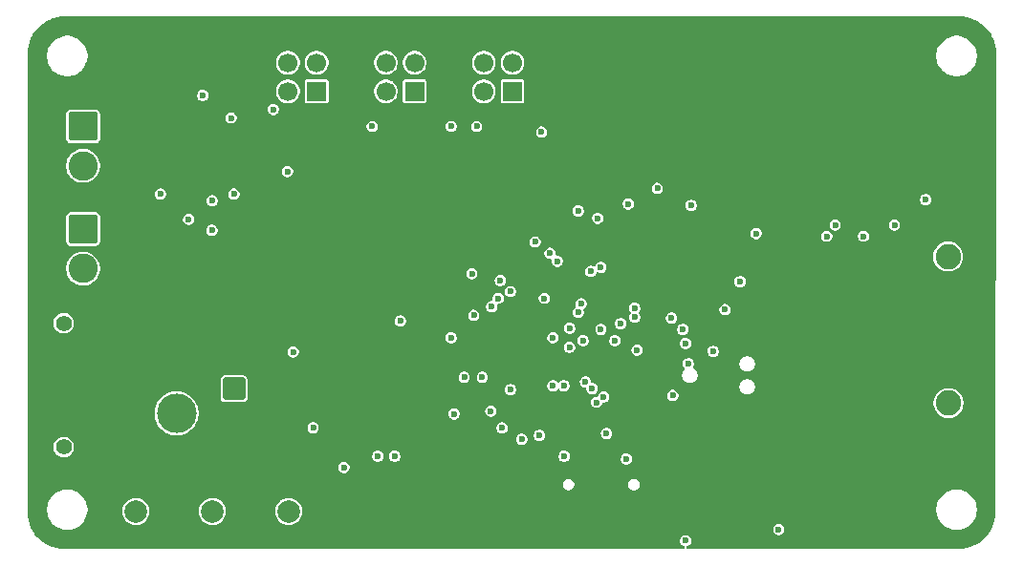
<source format=gbr>
%TF.GenerationSoftware,KiCad,Pcbnew,9.0.6*%
%TF.CreationDate,2026-01-10T10:28:34+02:00*%
%TF.ProjectId,flight_comp,666c6967-6874-45f6-936f-6d702e6b6963,rev?*%
%TF.SameCoordinates,Original*%
%TF.FileFunction,Copper,L2,Inr*%
%TF.FilePolarity,Positive*%
%FSLAX46Y46*%
G04 Gerber Fmt 4.6, Leading zero omitted, Abs format (unit mm)*
G04 Created by KiCad (PCBNEW 9.0.6) date 2026-01-10 10:28:34*
%MOMM*%
%LPD*%
G01*
G04 APERTURE LIST*
G04 Aperture macros list*
%AMRoundRect*
0 Rectangle with rounded corners*
0 $1 Rounding radius*
0 $2 $3 $4 $5 $6 $7 $8 $9 X,Y pos of 4 corners*
0 Add a 4 corners polygon primitive as box body*
4,1,4,$2,$3,$4,$5,$6,$7,$8,$9,$2,$3,0*
0 Add four circle primitives for the rounded corners*
1,1,$1+$1,$2,$3*
1,1,$1+$1,$4,$5*
1,1,$1+$1,$6,$7*
1,1,$1+$1,$8,$9*
0 Add four rect primitives between the rounded corners*
20,1,$1+$1,$2,$3,$4,$5,0*
20,1,$1+$1,$4,$5,$6,$7,0*
20,1,$1+$1,$6,$7,$8,$9,0*
20,1,$1+$1,$8,$9,$2,$3,0*%
G04 Aperture macros list end*
%TA.AperFunction,ComponentPad*%
%ADD10C,1.400000*%
%TD*%
%TA.AperFunction,ComponentPad*%
%ADD11RoundRect,0.770000X0.980000X-0.980000X0.980000X0.980000X-0.980000X0.980000X-0.980000X-0.980000X0*%
%TD*%
%TA.AperFunction,ComponentPad*%
%ADD12C,3.500000*%
%TD*%
%TA.AperFunction,ComponentPad*%
%ADD13C,2.250000*%
%TD*%
%TA.AperFunction,ComponentPad*%
%ADD14RoundRect,0.250000X-1.050000X1.050000X-1.050000X-1.050000X1.050000X-1.050000X1.050000X1.050000X0*%
%TD*%
%TA.AperFunction,ComponentPad*%
%ADD15C,2.600000*%
%TD*%
%TA.AperFunction,ComponentPad*%
%ADD16RoundRect,0.250000X0.750000X0.750000X-0.750000X0.750000X-0.750000X-0.750000X0.750000X-0.750000X0*%
%TD*%
%TA.AperFunction,ComponentPad*%
%ADD17C,2.000000*%
%TD*%
%TA.AperFunction,HeatsinkPad*%
%ADD18C,0.600000*%
%TD*%
%TA.AperFunction,ComponentPad*%
%ADD19R,1.700000X1.700000*%
%TD*%
%TA.AperFunction,ComponentPad*%
%ADD20C,1.700000*%
%TD*%
%TA.AperFunction,ComponentPad*%
%ADD21RoundRect,0.250000X0.750000X-0.750000X0.750000X0.750000X-0.750000X0.750000X-0.750000X-0.750000X0*%
%TD*%
%TA.AperFunction,ViaPad*%
%ADD22C,0.600000*%
%TD*%
G04 APERTURE END LIST*
D10*
%TO.N,*%
%TO.C,J3*%
X77875000Y-120300000D03*
X77875000Y-109300000D03*
D11*
%TO.N,GND*%
X87875000Y-112300000D03*
D12*
%TO.N,Net-(J3-Pin_2)*%
X87875000Y-117300000D03*
%TD*%
D13*
%TO.N,Net-(D2-A2)*%
%TO.C,J1*%
X156200000Y-103390000D03*
%TO.N,GND*%
X158740000Y-100850000D03*
X153660000Y-100850000D03*
X158740000Y-105930000D03*
X153660000Y-105930000D03*
%TD*%
D14*
%TO.N,+BATT*%
%TO.C,J5*%
X79592500Y-91850000D03*
D15*
%TO.N,Net-(J5-Pin_2)*%
X79592500Y-95350000D03*
%TD*%
D16*
%TO.N,GND*%
%TO.C,J13*%
X86825000Y-126000000D03*
D17*
%TO.N,Net-(C24-+)*%
X84285000Y-126000000D03*
%TD*%
D13*
%TO.N,Net-(D5-A2)*%
%TO.C,J12*%
X156240000Y-116390000D03*
%TO.N,GND*%
X158780000Y-113850000D03*
X153700000Y-113850000D03*
X158780000Y-118930000D03*
X153700000Y-118930000D03*
%TD*%
D16*
%TO.N,GND*%
%TO.C,J11*%
X93600000Y-126000000D03*
D17*
%TO.N,Net-(C24-+)*%
X91060000Y-126000000D03*
%TD*%
D14*
%TO.N,+BATT*%
%TO.C,J6*%
X79592500Y-100950000D03*
D15*
%TO.N,Net-(J6-Pin_2)*%
X79592500Y-104450000D03*
%TD*%
D18*
%TO.N,GND*%
%TO.C,IC4*%
X105420000Y-124340000D03*
X104420000Y-124340000D03*
%TD*%
D19*
%TO.N,Net-(J9-Pin_1)*%
%TO.C,J9*%
X100275000Y-88740000D03*
D20*
%TO.N,Net-(J9-Pin_2)*%
X97735000Y-88740000D03*
%TO.N,+5V*%
X100275000Y-86200000D03*
X97735000Y-86200000D03*
%TO.N,GND*%
X100275000Y-83660000D03*
X97735000Y-83660000D03*
%TD*%
D19*
%TO.N,Net-(J8-Pin_1)*%
%TO.C,J8*%
X108950000Y-88740000D03*
D20*
%TO.N,Net-(J8-Pin_2)*%
X106410000Y-88740000D03*
%TO.N,+5V*%
X108950000Y-86200000D03*
X106410000Y-86200000D03*
%TO.N,GND*%
X108950000Y-83660000D03*
X106410000Y-83660000D03*
%TD*%
D16*
%TO.N,GND*%
%TO.C,J10*%
X100340000Y-126000000D03*
D17*
%TO.N,Net-(C24-+)*%
X97800000Y-126000000D03*
%TD*%
D19*
%TO.N,Net-(J7-Pin_1)*%
%TO.C,J7*%
X117625000Y-88740000D03*
D20*
%TO.N,Net-(J7-Pin_2)*%
X115085000Y-88740000D03*
%TO.N,+5V*%
X117625000Y-86200000D03*
X115085000Y-86200000D03*
%TO.N,GND*%
X117625000Y-83660000D03*
X115085000Y-83660000D03*
%TD*%
D21*
%TO.N,+BATT*%
%TO.C,C25*%
X92970000Y-115120000D03*
D17*
%TO.N,GND*%
X92970000Y-100120000D03*
%TD*%
D22*
%TO.N,+BATT*%
X107700000Y-109100000D03*
X98200000Y-111850000D03*
%TO.N,+3.3V*%
X137773527Y-105625000D03*
X112450000Y-117350000D03*
X113350000Y-114100000D03*
X136450000Y-108100000D03*
X128650735Y-111700000D03*
X126700000Y-110850000D03*
X119625000Y-102100000D03*
X120200000Y-92350000D03*
X114950000Y-114100000D03*
X141200000Y-127600000D03*
X130450000Y-97350000D03*
X119999265Y-119250000D03*
%TO.N,GND*%
X139200000Y-128600000D03*
X112575000Y-119950000D03*
X132200000Y-126100000D03*
X128950000Y-102600000D03*
X129200000Y-125100000D03*
X133700000Y-104600000D03*
X126650000Y-86850000D03*
X110200000Y-115600000D03*
X138950000Y-107100000D03*
X138950000Y-109350000D03*
X115950000Y-102350000D03*
X134700000Y-124850000D03*
X131450000Y-93100000D03*
X123950000Y-119100000D03*
X114200000Y-113100000D03*
X111200000Y-110600000D03*
X132450000Y-119850000D03*
X121450000Y-117350000D03*
X137700000Y-112100000D03*
X111700000Y-115600000D03*
X123025000Y-90800000D03*
%TO.N,LED*%
X131825000Y-115725000D03*
X127200000Y-109350000D03*
%TO.N,GPS_SCL*%
X124675000Y-115100000D03*
%TO.N,GPS_SDA*%
X124083922Y-114521910D03*
%TO.N,VCC*%
X91010000Y-101060000D03*
X91030000Y-98440000D03*
X97700000Y-95850000D03*
X88950000Y-100100000D03*
%TO.N,BAT_VSENCE*%
X114026000Y-104926000D03*
X99975000Y-118575000D03*
%TO.N,Net-(U1-NRST)*%
X121600000Y-103809500D03*
X125175000Y-100000000D03*
X121200000Y-110600000D03*
X127875000Y-98728908D03*
%TO.N,Net-(U1-BOOT0)*%
X125450000Y-109850000D03*
X122675000Y-111451000D03*
%TO.N,LORA_CS*%
X132950000Y-111100000D03*
%TO.N,LORA_MISO*%
X139200000Y-101350000D03*
X128450000Y-108775003D03*
X154200000Y-98350000D03*
%TO.N,LORA_MOSI*%
X131700000Y-108850000D03*
X151450000Y-100600000D03*
X146200000Y-100600000D03*
%TO.N,LORA_SCK*%
X148700000Y-101600000D03*
X132700000Y-109850000D03*
X145450000Y-101600000D03*
%TO.N,TIM4_CH4*%
X125450000Y-104350000D03*
X96450000Y-90350000D03*
%TO.N,TIM4_CH3*%
X112200000Y-91850000D03*
X105200000Y-91850000D03*
X124556672Y-104706671D03*
X114450000Y-91850000D03*
%TO.N,VBUS*%
X127700000Y-121350000D03*
X125947480Y-119084051D03*
X122200000Y-121100000D03*
X107200000Y-121100000D03*
%TO.N,PYRO_2*%
X92950000Y-97850000D03*
X123875000Y-110850000D03*
%TO.N,PYRO_1*%
X92700000Y-91100000D03*
X122700000Y-109750000D03*
%TO.N,BUZZ*%
X133450000Y-98850000D03*
X123450000Y-99350000D03*
%TO.N,Net-(SW3B-B)*%
X90200000Y-89100000D03*
X86450000Y-97850000D03*
%TO.N,BMP_INT*%
X112200000Y-110600000D03*
X114200000Y-108600000D03*
%TO.N,IMU_MOSI*%
X122175000Y-114850000D03*
X116700000Y-118600000D03*
%TO.N,LORA_DIO1*%
X123702983Y-107591051D03*
%TO.N,+5V*%
X132950000Y-128600000D03*
X102700000Y-122100000D03*
%TO.N,GPS_TX*%
X125059030Y-116328706D03*
%TO.N,LORA_NRST*%
X128450000Y-107975000D03*
%TO.N,GPS_RX*%
X125700000Y-115850000D03*
%TO.N,IMU_SCK*%
X115700000Y-117100000D03*
X117450000Y-115200000D03*
%TO.N,FLASH_MOSI*%
X117450000Y-106500000D03*
%TO.N,LORA_IO0*%
X123450000Y-108350000D03*
%TO.N,IMU_MISO*%
X121200000Y-114850000D03*
X118450000Y-119600000D03*
%TO.N,FLASH_WP*%
X115762416Y-107838151D03*
%TO.N,FLASH_MISO*%
X116362416Y-107100000D03*
%TO.N,FLASH_CS*%
X120450000Y-107100000D03*
%TO.N,FLASH_SCK*%
X116542268Y-105526000D03*
%TO.N,SYS_SWO*%
X133200000Y-112900000D03*
X135400000Y-111800000D03*
%TO.N,CAMERA_SWITCH*%
X105700000Y-121100000D03*
X120950000Y-103100000D03*
%TD*%
%TA.AperFunction,Conductor*%
%TO.N,GND*%
G36*
X157203243Y-82100669D02*
G01*
X157533178Y-82117961D01*
X157546086Y-82119318D01*
X157869191Y-82170492D01*
X157881874Y-82173187D01*
X158197881Y-82257861D01*
X158210219Y-82261871D01*
X158515627Y-82379106D01*
X158527470Y-82384378D01*
X158818977Y-82532908D01*
X158830183Y-82539378D01*
X159104565Y-82717564D01*
X159115055Y-82725186D01*
X159369293Y-82931064D01*
X159378938Y-82939749D01*
X159610250Y-83171061D01*
X159618935Y-83180706D01*
X159824813Y-83434944D01*
X159832438Y-83445438D01*
X160010617Y-83719810D01*
X160017094Y-83731029D01*
X160149406Y-83990705D01*
X160165616Y-84022519D01*
X160170895Y-84034377D01*
X160288128Y-84339781D01*
X160292139Y-84352124D01*
X160376810Y-84668119D01*
X160379508Y-84680815D01*
X160430682Y-85003913D01*
X160432039Y-85016822D01*
X160449324Y-85346666D01*
X160449494Y-85353307D01*
X160399591Y-126025479D01*
X160399591Y-126025485D01*
X160399580Y-126033806D01*
X160399500Y-126034108D01*
X160399500Y-126096753D01*
X160399500Y-126096911D01*
X160399495Y-126096926D01*
X160399330Y-126103243D01*
X160382312Y-126427952D01*
X160380955Y-126440860D01*
X160330600Y-126758788D01*
X160327902Y-126771484D01*
X160244585Y-127082427D01*
X160240574Y-127094770D01*
X160125219Y-127395282D01*
X160119940Y-127407140D01*
X159973796Y-127693964D01*
X159967306Y-127705204D01*
X159791991Y-127975165D01*
X159784362Y-127985666D01*
X159581778Y-128235836D01*
X159573093Y-128245481D01*
X159345481Y-128473093D01*
X159335836Y-128481778D01*
X159085666Y-128684362D01*
X159075165Y-128691991D01*
X158805204Y-128867306D01*
X158793964Y-128873796D01*
X158507140Y-129019940D01*
X158495282Y-129025219D01*
X158194770Y-129140574D01*
X158182427Y-129144585D01*
X157871484Y-129227902D01*
X157858788Y-129230600D01*
X157540860Y-129280955D01*
X157527952Y-129282312D01*
X157203244Y-129299330D01*
X157196836Y-129299500D01*
X157134108Y-129299500D01*
X157133952Y-129299541D01*
X157125715Y-129299547D01*
X157125714Y-129299546D01*
X157125711Y-129299547D01*
X133158556Y-129314668D01*
X133091504Y-129295026D01*
X133045716Y-129242251D01*
X133035729Y-129173098D01*
X133064714Y-129109524D01*
X133123468Y-129071713D01*
X133126380Y-129070895D01*
X133143186Y-129066392D01*
X133257314Y-129000500D01*
X133350500Y-128907314D01*
X133416392Y-128793186D01*
X133450500Y-128665892D01*
X133450500Y-128534108D01*
X133416392Y-128406814D01*
X133350500Y-128292686D01*
X133257314Y-128199500D01*
X133200250Y-128166554D01*
X133143187Y-128133608D01*
X133079539Y-128116554D01*
X133015892Y-128099500D01*
X132884108Y-128099500D01*
X132756812Y-128133608D01*
X132642686Y-128199500D01*
X132642683Y-128199502D01*
X132549502Y-128292683D01*
X132549500Y-128292686D01*
X132483608Y-128406812D01*
X132449500Y-128534108D01*
X132449500Y-128665892D01*
X132456493Y-128691991D01*
X132483608Y-128793187D01*
X132516554Y-128850250D01*
X132549500Y-128907314D01*
X132642686Y-129000500D01*
X132756814Y-129066392D01*
X132774594Y-129071156D01*
X132834253Y-129107517D01*
X132864784Y-129170363D01*
X132856491Y-129239739D01*
X132812007Y-129293618D01*
X132745456Y-129314895D01*
X132742579Y-129314930D01*
X77953288Y-129349498D01*
X77946720Y-129349328D01*
X77616821Y-129332038D01*
X77603913Y-129330681D01*
X77280815Y-129279508D01*
X77268119Y-129276810D01*
X76952124Y-129192139D01*
X76939781Y-129188128D01*
X76634377Y-129070895D01*
X76622519Y-129065616D01*
X76331029Y-128917094D01*
X76319810Y-128910617D01*
X76045438Y-128732438D01*
X76034944Y-128724813D01*
X75780706Y-128518935D01*
X75771061Y-128510250D01*
X75539749Y-128278938D01*
X75531064Y-128269293D01*
X75325186Y-128015055D01*
X75317564Y-128004565D01*
X75139378Y-127730183D01*
X75132908Y-127718977D01*
X74984378Y-127427470D01*
X74979104Y-127415622D01*
X74971296Y-127395282D01*
X74885180Y-127170940D01*
X74861871Y-127110218D01*
X74857860Y-127097875D01*
X74840501Y-127033092D01*
X74773187Y-126781874D01*
X74770491Y-126769184D01*
X74768844Y-126758788D01*
X74719318Y-126446086D01*
X74717961Y-126433178D01*
X74700670Y-126103243D01*
X74700500Y-126096753D01*
X74700500Y-125732650D01*
X76409500Y-125732650D01*
X76409500Y-125967349D01*
X76409501Y-125967365D01*
X76440134Y-126200048D01*
X76440135Y-126200053D01*
X76440136Y-126200059D01*
X76500883Y-126426772D01*
X76508400Y-126444920D01*
X76590700Y-126643610D01*
X76590705Y-126643620D01*
X76708058Y-126846882D01*
X76850940Y-127033090D01*
X76850946Y-127033097D01*
X77016902Y-127199053D01*
X77016909Y-127199059D01*
X77203117Y-127341941D01*
X77406379Y-127459294D01*
X77406389Y-127459299D01*
X77499316Y-127497790D01*
X77623228Y-127549117D01*
X77849941Y-127609864D01*
X78082644Y-127640500D01*
X78082651Y-127640500D01*
X78317349Y-127640500D01*
X78317356Y-127640500D01*
X78550059Y-127609864D01*
X78776772Y-127549117D01*
X78813007Y-127534108D01*
X140699500Y-127534108D01*
X140699500Y-127665892D01*
X140715271Y-127724750D01*
X140733608Y-127793187D01*
X140766554Y-127850250D01*
X140799500Y-127907314D01*
X140892686Y-128000500D01*
X141006814Y-128066392D01*
X141134108Y-128100500D01*
X141134110Y-128100500D01*
X141265890Y-128100500D01*
X141265892Y-128100500D01*
X141393186Y-128066392D01*
X141507314Y-128000500D01*
X141600500Y-127907314D01*
X141666392Y-127793186D01*
X141700500Y-127665892D01*
X141700500Y-127534108D01*
X141666392Y-127406814D01*
X141600500Y-127292686D01*
X141507314Y-127199500D01*
X141450250Y-127166554D01*
X141393187Y-127133608D01*
X141329539Y-127116554D01*
X141265892Y-127099500D01*
X141134108Y-127099500D01*
X141006812Y-127133608D01*
X140892686Y-127199500D01*
X140892683Y-127199502D01*
X140799502Y-127292683D01*
X140799500Y-127292686D01*
X140733608Y-127406812D01*
X140719545Y-127459299D01*
X140699500Y-127534108D01*
X78813007Y-127534108D01*
X78993617Y-127459296D01*
X79196883Y-127341941D01*
X79383092Y-127199058D01*
X79549058Y-127033092D01*
X79691941Y-126846883D01*
X79809296Y-126643617D01*
X79899117Y-126426772D01*
X79959864Y-126200059D01*
X79990500Y-125967356D01*
X79990500Y-125905513D01*
X83084500Y-125905513D01*
X83084500Y-126094486D01*
X83114059Y-126281118D01*
X83172454Y-126460836D01*
X83258240Y-126629199D01*
X83369310Y-126782073D01*
X83502927Y-126915690D01*
X83655801Y-127026760D01*
X83726404Y-127062734D01*
X83824163Y-127112545D01*
X83824165Y-127112545D01*
X83824168Y-127112547D01*
X83888987Y-127133608D01*
X84003881Y-127170940D01*
X84190514Y-127200500D01*
X84190519Y-127200500D01*
X84379486Y-127200500D01*
X84566118Y-127170940D01*
X84745832Y-127112547D01*
X84914199Y-127026760D01*
X85067073Y-126915690D01*
X85200690Y-126782073D01*
X85311760Y-126629199D01*
X85397547Y-126460832D01*
X85455940Y-126281118D01*
X85468778Y-126200061D01*
X85485500Y-126094486D01*
X85485500Y-125905513D01*
X89859500Y-125905513D01*
X89859500Y-126094486D01*
X89889059Y-126281118D01*
X89947454Y-126460836D01*
X90033240Y-126629199D01*
X90144310Y-126782073D01*
X90277927Y-126915690D01*
X90430801Y-127026760D01*
X90501404Y-127062734D01*
X90599163Y-127112545D01*
X90599165Y-127112545D01*
X90599168Y-127112547D01*
X90663987Y-127133608D01*
X90778881Y-127170940D01*
X90965514Y-127200500D01*
X90965519Y-127200500D01*
X91154486Y-127200500D01*
X91341118Y-127170940D01*
X91520832Y-127112547D01*
X91689199Y-127026760D01*
X91842073Y-126915690D01*
X91975690Y-126782073D01*
X92086760Y-126629199D01*
X92172547Y-126460832D01*
X92230940Y-126281118D01*
X92243778Y-126200061D01*
X92260500Y-126094486D01*
X92260500Y-125905513D01*
X96599500Y-125905513D01*
X96599500Y-126094486D01*
X96629059Y-126281118D01*
X96687454Y-126460836D01*
X96773240Y-126629199D01*
X96884310Y-126782073D01*
X97017927Y-126915690D01*
X97170801Y-127026760D01*
X97241404Y-127062734D01*
X97339163Y-127112545D01*
X97339165Y-127112545D01*
X97339168Y-127112547D01*
X97403987Y-127133608D01*
X97518881Y-127170940D01*
X97705514Y-127200500D01*
X97705519Y-127200500D01*
X97894486Y-127200500D01*
X98081118Y-127170940D01*
X98260832Y-127112547D01*
X98429199Y-127026760D01*
X98582073Y-126915690D01*
X98715690Y-126782073D01*
X98826760Y-126629199D01*
X98912547Y-126460832D01*
X98970940Y-126281118D01*
X98983778Y-126200061D01*
X99000500Y-126094486D01*
X99000500Y-125905513D01*
X98986281Y-125815743D01*
X98973121Y-125732650D01*
X155159500Y-125732650D01*
X155159500Y-125967349D01*
X155159501Y-125967365D01*
X155190134Y-126200048D01*
X155190135Y-126200053D01*
X155190136Y-126200059D01*
X155250883Y-126426772D01*
X155258400Y-126444920D01*
X155340700Y-126643610D01*
X155340705Y-126643620D01*
X155458058Y-126846882D01*
X155600940Y-127033090D01*
X155600946Y-127033097D01*
X155766902Y-127199053D01*
X155766909Y-127199059D01*
X155953117Y-127341941D01*
X156156379Y-127459294D01*
X156156389Y-127459299D01*
X156249316Y-127497790D01*
X156373228Y-127549117D01*
X156599941Y-127609864D01*
X156832644Y-127640500D01*
X156832651Y-127640500D01*
X157067349Y-127640500D01*
X157067356Y-127640500D01*
X157300059Y-127609864D01*
X157526772Y-127549117D01*
X157743617Y-127459296D01*
X157946883Y-127341941D01*
X158133092Y-127199058D01*
X158299058Y-127033092D01*
X158441941Y-126846883D01*
X158559296Y-126643617D01*
X158649117Y-126426772D01*
X158709864Y-126200059D01*
X158740500Y-125967356D01*
X158740500Y-125732644D01*
X158709864Y-125499941D01*
X158649117Y-125273228D01*
X158570864Y-125084310D01*
X158559299Y-125056389D01*
X158559294Y-125056379D01*
X158441941Y-124853117D01*
X158299059Y-124666909D01*
X158299053Y-124666902D01*
X158133097Y-124500946D01*
X158133090Y-124500940D01*
X157946882Y-124358058D01*
X157743620Y-124240705D01*
X157743610Y-124240700D01*
X157526779Y-124150886D01*
X157526780Y-124150886D01*
X157526772Y-124150883D01*
X157300059Y-124090136D01*
X157300053Y-124090135D01*
X157300048Y-124090134D01*
X157067365Y-124059501D01*
X157067362Y-124059500D01*
X157067356Y-124059500D01*
X156832644Y-124059500D01*
X156832638Y-124059500D01*
X156832634Y-124059501D01*
X156599951Y-124090134D01*
X156599944Y-124090135D01*
X156599941Y-124090136D01*
X156561758Y-124100367D01*
X156373234Y-124150881D01*
X156373220Y-124150886D01*
X156156389Y-124240700D01*
X156156379Y-124240705D01*
X155953117Y-124358058D01*
X155766909Y-124500940D01*
X155766902Y-124500946D01*
X155600946Y-124666902D01*
X155600940Y-124666909D01*
X155458058Y-124853117D01*
X155340705Y-125056379D01*
X155340700Y-125056389D01*
X155250886Y-125273220D01*
X155250881Y-125273234D01*
X155190137Y-125499938D01*
X155190134Y-125499951D01*
X155159501Y-125732634D01*
X155159500Y-125732650D01*
X98973121Y-125732650D01*
X98970940Y-125718882D01*
X98912547Y-125539168D01*
X98912545Y-125539165D01*
X98912545Y-125539163D01*
X98826759Y-125370800D01*
X98715690Y-125217927D01*
X98582073Y-125084310D01*
X98429199Y-124973240D01*
X98260836Y-124887454D01*
X98081118Y-124829059D01*
X97894486Y-124799500D01*
X97894481Y-124799500D01*
X97705519Y-124799500D01*
X97705514Y-124799500D01*
X97518881Y-124829059D01*
X97339163Y-124887454D01*
X97170800Y-124973240D01*
X97083579Y-125036610D01*
X97017927Y-125084310D01*
X97017925Y-125084312D01*
X97017924Y-125084312D01*
X96884312Y-125217924D01*
X96884312Y-125217925D01*
X96884310Y-125217927D01*
X96844137Y-125273220D01*
X96773240Y-125370800D01*
X96687454Y-125539163D01*
X96629059Y-125718881D01*
X96599500Y-125905513D01*
X92260500Y-125905513D01*
X92230940Y-125718881D01*
X92172545Y-125539163D01*
X92086759Y-125370800D01*
X91975690Y-125217927D01*
X91842073Y-125084310D01*
X91689199Y-124973240D01*
X91520836Y-124887454D01*
X91341118Y-124829059D01*
X91154486Y-124799500D01*
X91154481Y-124799500D01*
X90965519Y-124799500D01*
X90965514Y-124799500D01*
X90778881Y-124829059D01*
X90599163Y-124887454D01*
X90430800Y-124973240D01*
X90343579Y-125036610D01*
X90277927Y-125084310D01*
X90277925Y-125084312D01*
X90277924Y-125084312D01*
X90144312Y-125217924D01*
X90144312Y-125217925D01*
X90144310Y-125217927D01*
X90104137Y-125273220D01*
X90033240Y-125370800D01*
X89947454Y-125539163D01*
X89889059Y-125718881D01*
X89859500Y-125905513D01*
X85485500Y-125905513D01*
X85455940Y-125718881D01*
X85397545Y-125539163D01*
X85311759Y-125370800D01*
X85200690Y-125217927D01*
X85067073Y-125084310D01*
X84914199Y-124973240D01*
X84745836Y-124887454D01*
X84566118Y-124829059D01*
X84379486Y-124799500D01*
X84379481Y-124799500D01*
X84190519Y-124799500D01*
X84190514Y-124799500D01*
X84003881Y-124829059D01*
X83824163Y-124887454D01*
X83655800Y-124973240D01*
X83568579Y-125036610D01*
X83502927Y-125084310D01*
X83502925Y-125084312D01*
X83502924Y-125084312D01*
X83369312Y-125217924D01*
X83369312Y-125217925D01*
X83369310Y-125217927D01*
X83329137Y-125273220D01*
X83258240Y-125370800D01*
X83172454Y-125539163D01*
X83114059Y-125718881D01*
X83084500Y-125905513D01*
X79990500Y-125905513D01*
X79990500Y-125732644D01*
X79959864Y-125499941D01*
X79899117Y-125273228D01*
X79820864Y-125084310D01*
X79809299Y-125056389D01*
X79809294Y-125056379D01*
X79691941Y-124853117D01*
X79549059Y-124666909D01*
X79549053Y-124666902D01*
X79383097Y-124500946D01*
X79383090Y-124500940D01*
X79196882Y-124358058D01*
X78993620Y-124240705D01*
X78993610Y-124240700D01*
X78776779Y-124150886D01*
X78776780Y-124150886D01*
X78776772Y-124150883D01*
X78550059Y-124090136D01*
X78550053Y-124090135D01*
X78550048Y-124090134D01*
X78317365Y-124059501D01*
X78317362Y-124059500D01*
X78317356Y-124059500D01*
X78082644Y-124059500D01*
X78082638Y-124059500D01*
X78082634Y-124059501D01*
X77849951Y-124090134D01*
X77849944Y-124090135D01*
X77849941Y-124090136D01*
X77811758Y-124100367D01*
X77623234Y-124150881D01*
X77623220Y-124150886D01*
X77406389Y-124240700D01*
X77406379Y-124240705D01*
X77203117Y-124358058D01*
X77016909Y-124500940D01*
X77016902Y-124500946D01*
X76850946Y-124666902D01*
X76850940Y-124666909D01*
X76708058Y-124853117D01*
X76590705Y-125056379D01*
X76590700Y-125056389D01*
X76500886Y-125273220D01*
X76500881Y-125273234D01*
X76440137Y-125499938D01*
X76440134Y-125499951D01*
X76409501Y-125732634D01*
X76409500Y-125732650D01*
X74700500Y-125732650D01*
X74700500Y-123552133D01*
X122069500Y-123552133D01*
X122069500Y-123687867D01*
X122104631Y-123818975D01*
X122104632Y-123818978D01*
X122172495Y-123936520D01*
X122172497Y-123936522D01*
X122172498Y-123936524D01*
X122268476Y-124032502D01*
X122268477Y-124032503D01*
X122268479Y-124032504D01*
X122386021Y-124100367D01*
X122386022Y-124100367D01*
X122386025Y-124100369D01*
X122517133Y-124135500D01*
X122517135Y-124135500D01*
X122652865Y-124135500D01*
X122652867Y-124135500D01*
X122783975Y-124100369D01*
X122901524Y-124032502D01*
X122997502Y-123936524D01*
X123065369Y-123818975D01*
X123100500Y-123687867D01*
X123100500Y-123552133D01*
X127849500Y-123552133D01*
X127849500Y-123687867D01*
X127884631Y-123818975D01*
X127884632Y-123818978D01*
X127952495Y-123936520D01*
X127952497Y-123936522D01*
X127952498Y-123936524D01*
X128048476Y-124032502D01*
X128048477Y-124032503D01*
X128048479Y-124032504D01*
X128166021Y-124100367D01*
X128166022Y-124100367D01*
X128166025Y-124100369D01*
X128297133Y-124135500D01*
X128297135Y-124135500D01*
X128432865Y-124135500D01*
X128432867Y-124135500D01*
X128563975Y-124100369D01*
X128681524Y-124032502D01*
X128777502Y-123936524D01*
X128845369Y-123818975D01*
X128880500Y-123687867D01*
X128880500Y-123552133D01*
X128845369Y-123421025D01*
X128777502Y-123303476D01*
X128681524Y-123207498D01*
X128681522Y-123207497D01*
X128681520Y-123207495D01*
X128563978Y-123139632D01*
X128563979Y-123139632D01*
X128548484Y-123135480D01*
X128432867Y-123104500D01*
X128297133Y-123104500D01*
X128181515Y-123135480D01*
X128166021Y-123139632D01*
X128048479Y-123207495D01*
X128048473Y-123207500D01*
X127952500Y-123303473D01*
X127952495Y-123303479D01*
X127884632Y-123421021D01*
X127884631Y-123421025D01*
X127849500Y-123552133D01*
X123100500Y-123552133D01*
X123065369Y-123421025D01*
X122997502Y-123303476D01*
X122901524Y-123207498D01*
X122901522Y-123207497D01*
X122901520Y-123207495D01*
X122783978Y-123139632D01*
X122783979Y-123139632D01*
X122768484Y-123135480D01*
X122652867Y-123104500D01*
X122517133Y-123104500D01*
X122401515Y-123135480D01*
X122386021Y-123139632D01*
X122268479Y-123207495D01*
X122268473Y-123207500D01*
X122172500Y-123303473D01*
X122172495Y-123303479D01*
X122104632Y-123421021D01*
X122104631Y-123421025D01*
X122069500Y-123552133D01*
X74700500Y-123552133D01*
X74700500Y-122034108D01*
X102199500Y-122034108D01*
X102199500Y-122165891D01*
X102233608Y-122293187D01*
X102266554Y-122350250D01*
X102299500Y-122407314D01*
X102392686Y-122500500D01*
X102506814Y-122566392D01*
X102634108Y-122600500D01*
X102634110Y-122600500D01*
X102765890Y-122600500D01*
X102765892Y-122600500D01*
X102893186Y-122566392D01*
X103007314Y-122500500D01*
X103100500Y-122407314D01*
X103166392Y-122293186D01*
X103200500Y-122165892D01*
X103200500Y-122034108D01*
X103166392Y-121906814D01*
X103100500Y-121792686D01*
X103007314Y-121699500D01*
X102950250Y-121666554D01*
X102893187Y-121633608D01*
X102829539Y-121616554D01*
X102765892Y-121599500D01*
X102634108Y-121599500D01*
X102506812Y-121633608D01*
X102392686Y-121699500D01*
X102392683Y-121699502D01*
X102299502Y-121792683D01*
X102299500Y-121792686D01*
X102233608Y-121906812D01*
X102199500Y-122034108D01*
X74700500Y-122034108D01*
X74700500Y-120211304D01*
X76974500Y-120211304D01*
X76974500Y-120388695D01*
X77009103Y-120562658D01*
X77009106Y-120562667D01*
X77076983Y-120726540D01*
X77076990Y-120726553D01*
X77175535Y-120874034D01*
X77175538Y-120874038D01*
X77300961Y-120999461D01*
X77300965Y-120999464D01*
X77448446Y-121098009D01*
X77448459Y-121098016D01*
X77571363Y-121148923D01*
X77612334Y-121165894D01*
X77612336Y-121165894D01*
X77612341Y-121165896D01*
X77786304Y-121200499D01*
X77786307Y-121200500D01*
X77786309Y-121200500D01*
X77963693Y-121200500D01*
X77963694Y-121200499D01*
X78021682Y-121188964D01*
X78137658Y-121165896D01*
X78137661Y-121165894D01*
X78137666Y-121165894D01*
X78301547Y-121098013D01*
X78397187Y-121034108D01*
X105199500Y-121034108D01*
X105199500Y-121165892D01*
X105199501Y-121165894D01*
X105233608Y-121293187D01*
X105266554Y-121350250D01*
X105299500Y-121407314D01*
X105392686Y-121500500D01*
X105506814Y-121566392D01*
X105634108Y-121600500D01*
X105634110Y-121600500D01*
X105765890Y-121600500D01*
X105765892Y-121600500D01*
X105893186Y-121566392D01*
X106007314Y-121500500D01*
X106100500Y-121407314D01*
X106166392Y-121293186D01*
X106200500Y-121165892D01*
X106200500Y-121034108D01*
X106699500Y-121034108D01*
X106699500Y-121165892D01*
X106699501Y-121165894D01*
X106733608Y-121293187D01*
X106766554Y-121350250D01*
X106799500Y-121407314D01*
X106892686Y-121500500D01*
X107006814Y-121566392D01*
X107134108Y-121600500D01*
X107134110Y-121600500D01*
X107265890Y-121600500D01*
X107265892Y-121600500D01*
X107393186Y-121566392D01*
X107507314Y-121500500D01*
X107600500Y-121407314D01*
X107666392Y-121293186D01*
X107700500Y-121165892D01*
X107700500Y-121034108D01*
X121699500Y-121034108D01*
X121699500Y-121165892D01*
X121699501Y-121165894D01*
X121733608Y-121293187D01*
X121766554Y-121350250D01*
X121799500Y-121407314D01*
X121892686Y-121500500D01*
X122006814Y-121566392D01*
X122134108Y-121600500D01*
X122134110Y-121600500D01*
X122265890Y-121600500D01*
X122265892Y-121600500D01*
X122393186Y-121566392D01*
X122507314Y-121500500D01*
X122600500Y-121407314D01*
X122666392Y-121293186D01*
X122668824Y-121284108D01*
X127199500Y-121284108D01*
X127199500Y-121415891D01*
X127233608Y-121543187D01*
X127247005Y-121566391D01*
X127299500Y-121657314D01*
X127392686Y-121750500D01*
X127506814Y-121816392D01*
X127634108Y-121850500D01*
X127634110Y-121850500D01*
X127765890Y-121850500D01*
X127765892Y-121850500D01*
X127893186Y-121816392D01*
X128007314Y-121750500D01*
X128100500Y-121657314D01*
X128166392Y-121543186D01*
X128200500Y-121415892D01*
X128200500Y-121284108D01*
X128166392Y-121156814D01*
X128100500Y-121042686D01*
X128007314Y-120949500D01*
X127933380Y-120906814D01*
X127893187Y-120883608D01*
X127829539Y-120866554D01*
X127765892Y-120849500D01*
X127634108Y-120849500D01*
X127506812Y-120883608D01*
X127392686Y-120949500D01*
X127392683Y-120949502D01*
X127299502Y-121042683D01*
X127299500Y-121042686D01*
X127233608Y-121156812D01*
X127199500Y-121284108D01*
X122668824Y-121284108D01*
X122700500Y-121165892D01*
X122700500Y-121034108D01*
X122666392Y-120906814D01*
X122600500Y-120792686D01*
X122507314Y-120699500D01*
X122450250Y-120666554D01*
X122393187Y-120633608D01*
X122329539Y-120616554D01*
X122265892Y-120599500D01*
X122134108Y-120599500D01*
X122006812Y-120633608D01*
X121892686Y-120699500D01*
X121892683Y-120699502D01*
X121799502Y-120792683D01*
X121799500Y-120792686D01*
X121733608Y-120906812D01*
X121708783Y-120999464D01*
X121699500Y-121034108D01*
X107700500Y-121034108D01*
X107666392Y-120906814D01*
X107600500Y-120792686D01*
X107507314Y-120699500D01*
X107450250Y-120666554D01*
X107393187Y-120633608D01*
X107329539Y-120616554D01*
X107265892Y-120599500D01*
X107134108Y-120599500D01*
X107006812Y-120633608D01*
X106892686Y-120699500D01*
X106892683Y-120699502D01*
X106799502Y-120792683D01*
X106799500Y-120792686D01*
X106733608Y-120906812D01*
X106708783Y-120999464D01*
X106699500Y-121034108D01*
X106200500Y-121034108D01*
X106166392Y-120906814D01*
X106100500Y-120792686D01*
X106007314Y-120699500D01*
X105950250Y-120666554D01*
X105893187Y-120633608D01*
X105829539Y-120616554D01*
X105765892Y-120599500D01*
X105634108Y-120599500D01*
X105506812Y-120633608D01*
X105392686Y-120699500D01*
X105392683Y-120699502D01*
X105299502Y-120792683D01*
X105299500Y-120792686D01*
X105233608Y-120906812D01*
X105208783Y-120999464D01*
X105199500Y-121034108D01*
X78397187Y-121034108D01*
X78449035Y-120999464D01*
X78449038Y-120999461D01*
X78510200Y-120938300D01*
X78574461Y-120874038D01*
X78574464Y-120874035D01*
X78673013Y-120726547D01*
X78740894Y-120562666D01*
X78775500Y-120388691D01*
X78775500Y-120211309D01*
X78775500Y-120211306D01*
X78775499Y-120211304D01*
X78740896Y-120037341D01*
X78740893Y-120037332D01*
X78673016Y-119873459D01*
X78673009Y-119873446D01*
X78574464Y-119725965D01*
X78574461Y-119725961D01*
X78449038Y-119600538D01*
X78449034Y-119600535D01*
X78349620Y-119534108D01*
X117949500Y-119534108D01*
X117949500Y-119665891D01*
X117983608Y-119793187D01*
X118016554Y-119850250D01*
X118049500Y-119907314D01*
X118142686Y-120000500D01*
X118256814Y-120066392D01*
X118384108Y-120100500D01*
X118384110Y-120100500D01*
X118515890Y-120100500D01*
X118515892Y-120100500D01*
X118643186Y-120066392D01*
X118757314Y-120000500D01*
X118850500Y-119907314D01*
X118916392Y-119793186D01*
X118950500Y-119665892D01*
X118950500Y-119534108D01*
X118916392Y-119406814D01*
X118850500Y-119292686D01*
X118757314Y-119199500D01*
X118730654Y-119184108D01*
X119498765Y-119184108D01*
X119498765Y-119315891D01*
X119532873Y-119443187D01*
X119556755Y-119484551D01*
X119598765Y-119557314D01*
X119691951Y-119650500D01*
X119806079Y-119716392D01*
X119933373Y-119750500D01*
X119933375Y-119750500D01*
X120065155Y-119750500D01*
X120065157Y-119750500D01*
X120192451Y-119716392D01*
X120306579Y-119650500D01*
X120399765Y-119557314D01*
X120465657Y-119443186D01*
X120499765Y-119315892D01*
X120499765Y-119184108D01*
X120465657Y-119056814D01*
X120443339Y-119018159D01*
X125446980Y-119018159D01*
X125446980Y-119149943D01*
X125456135Y-119184110D01*
X125481088Y-119277238D01*
X125514034Y-119334301D01*
X125546980Y-119391365D01*
X125640166Y-119484551D01*
X125754294Y-119550443D01*
X125881588Y-119584551D01*
X125881590Y-119584551D01*
X126013370Y-119584551D01*
X126013372Y-119584551D01*
X126140666Y-119550443D01*
X126254794Y-119484551D01*
X126347980Y-119391365D01*
X126413872Y-119277237D01*
X126447980Y-119149943D01*
X126447980Y-119018159D01*
X126413872Y-118890865D01*
X126408934Y-118882313D01*
X126357477Y-118793187D01*
X126347980Y-118776737D01*
X126254794Y-118683551D01*
X126180903Y-118640890D01*
X126140667Y-118617659D01*
X126077019Y-118600605D01*
X126013372Y-118583551D01*
X125881588Y-118583551D01*
X125754292Y-118617659D01*
X125640166Y-118683551D01*
X125640163Y-118683553D01*
X125546982Y-118776734D01*
X125546980Y-118776737D01*
X125481088Y-118890863D01*
X125458410Y-118975500D01*
X125446980Y-119018159D01*
X120443339Y-119018159D01*
X120399765Y-118942686D01*
X120306579Y-118849500D01*
X120249515Y-118816554D01*
X120192452Y-118783608D01*
X120128804Y-118766554D01*
X120065157Y-118749500D01*
X119933373Y-118749500D01*
X119806077Y-118783608D01*
X119691951Y-118849500D01*
X119691948Y-118849502D01*
X119598767Y-118942683D01*
X119598765Y-118942686D01*
X119532873Y-119056812D01*
X119498765Y-119184108D01*
X118730654Y-119184108D01*
X118700250Y-119166554D01*
X118643187Y-119133608D01*
X118579539Y-119116554D01*
X118515892Y-119099500D01*
X118384108Y-119099500D01*
X118256812Y-119133608D01*
X118142686Y-119199500D01*
X118142683Y-119199502D01*
X118049502Y-119292683D01*
X118049500Y-119292686D01*
X117983608Y-119406812D01*
X117949500Y-119534108D01*
X78349620Y-119534108D01*
X78301553Y-119501990D01*
X78301540Y-119501983D01*
X78137667Y-119434106D01*
X78137658Y-119434103D01*
X77963694Y-119399500D01*
X77963691Y-119399500D01*
X77786309Y-119399500D01*
X77786306Y-119399500D01*
X77612341Y-119434103D01*
X77612332Y-119434106D01*
X77448459Y-119501983D01*
X77448446Y-119501990D01*
X77300965Y-119600535D01*
X77300961Y-119600538D01*
X77175538Y-119725961D01*
X77175535Y-119725965D01*
X77076990Y-119873446D01*
X77076983Y-119873459D01*
X77009106Y-120037332D01*
X77009103Y-120037341D01*
X76974500Y-120211304D01*
X74700500Y-120211304D01*
X74700500Y-117172149D01*
X85924500Y-117172149D01*
X85924500Y-117427850D01*
X85947231Y-117600499D01*
X85957874Y-117681340D01*
X85994061Y-117816391D01*
X86024050Y-117928312D01*
X86024053Y-117928322D01*
X86121894Y-118164531D01*
X86121899Y-118164542D01*
X86249734Y-118385957D01*
X86249745Y-118385973D01*
X86405388Y-118588811D01*
X86405394Y-118588818D01*
X86586181Y-118769605D01*
X86586188Y-118769611D01*
X86690304Y-118849502D01*
X86789035Y-118925261D01*
X86789042Y-118925265D01*
X87010457Y-119053100D01*
X87010462Y-119053102D01*
X87010465Y-119053104D01*
X87159426Y-119114805D01*
X87204819Y-119133608D01*
X87246687Y-119150950D01*
X87493660Y-119217126D01*
X87747157Y-119250500D01*
X87747164Y-119250500D01*
X88002836Y-119250500D01*
X88002843Y-119250500D01*
X88256340Y-119217126D01*
X88503313Y-119150950D01*
X88739535Y-119053104D01*
X88960965Y-118925261D01*
X89163813Y-118769610D01*
X89344610Y-118588813D01*
X89405770Y-118509108D01*
X99474500Y-118509108D01*
X99474500Y-118640892D01*
X99481199Y-118665892D01*
X99508608Y-118768187D01*
X99523042Y-118793187D01*
X99574500Y-118882314D01*
X99667686Y-118975500D01*
X99781814Y-119041392D01*
X99909108Y-119075500D01*
X99909110Y-119075500D01*
X100040890Y-119075500D01*
X100040892Y-119075500D01*
X100168186Y-119041392D01*
X100282314Y-118975500D01*
X100375500Y-118882314D01*
X100441392Y-118768186D01*
X100475500Y-118640892D01*
X100475500Y-118534108D01*
X116199500Y-118534108D01*
X116199500Y-118665891D01*
X116233608Y-118793187D01*
X116266121Y-118849500D01*
X116299500Y-118907314D01*
X116392686Y-119000500D01*
X116506814Y-119066392D01*
X116634108Y-119100500D01*
X116634110Y-119100500D01*
X116765890Y-119100500D01*
X116765892Y-119100500D01*
X116893186Y-119066392D01*
X117007314Y-119000500D01*
X117100500Y-118907314D01*
X117166392Y-118793186D01*
X117200500Y-118665892D01*
X117200500Y-118534108D01*
X117166392Y-118406814D01*
X117100500Y-118292686D01*
X117007314Y-118199500D01*
X116946746Y-118164531D01*
X116893187Y-118133608D01*
X116829539Y-118116554D01*
X116765892Y-118099500D01*
X116634108Y-118099500D01*
X116506812Y-118133608D01*
X116392686Y-118199500D01*
X116392683Y-118199502D01*
X116299502Y-118292683D01*
X116299500Y-118292686D01*
X116233608Y-118406812D01*
X116199500Y-118534108D01*
X100475500Y-118534108D01*
X100475500Y-118509108D01*
X100441392Y-118381814D01*
X100375500Y-118267686D01*
X100282314Y-118174500D01*
X100211487Y-118133608D01*
X100168187Y-118108608D01*
X100104539Y-118091554D01*
X100040892Y-118074500D01*
X99909108Y-118074500D01*
X99781812Y-118108608D01*
X99667686Y-118174500D01*
X99667683Y-118174502D01*
X99574502Y-118267683D01*
X99574500Y-118267686D01*
X99508608Y-118381812D01*
X99474500Y-118509108D01*
X89405770Y-118509108D01*
X89500261Y-118385965D01*
X89628104Y-118164535D01*
X89725950Y-117928313D01*
X89792126Y-117681340D01*
X89825500Y-117427843D01*
X89825500Y-117284108D01*
X111949500Y-117284108D01*
X111949500Y-117415892D01*
X111952702Y-117427843D01*
X111983608Y-117543187D01*
X111997005Y-117566391D01*
X112049500Y-117657314D01*
X112142686Y-117750500D01*
X112256814Y-117816392D01*
X112384108Y-117850500D01*
X112384110Y-117850500D01*
X112515890Y-117850500D01*
X112515892Y-117850500D01*
X112643186Y-117816392D01*
X112757314Y-117750500D01*
X112850500Y-117657314D01*
X112916392Y-117543186D01*
X112950500Y-117415892D01*
X112950500Y-117284108D01*
X112916392Y-117156814D01*
X112850500Y-117042686D01*
X112841922Y-117034108D01*
X115199500Y-117034108D01*
X115199500Y-117165892D01*
X115216554Y-117229539D01*
X115233608Y-117293187D01*
X115266554Y-117350250D01*
X115299500Y-117407314D01*
X115392686Y-117500500D01*
X115506814Y-117566392D01*
X115634108Y-117600500D01*
X115634110Y-117600500D01*
X115765890Y-117600500D01*
X115765892Y-117600500D01*
X115893186Y-117566392D01*
X116007314Y-117500500D01*
X116100500Y-117407314D01*
X116166392Y-117293186D01*
X116200500Y-117165892D01*
X116200500Y-117034108D01*
X116166392Y-116906814D01*
X116100500Y-116792686D01*
X116007314Y-116699500D01*
X115950250Y-116666554D01*
X115893187Y-116633608D01*
X115829539Y-116616554D01*
X115765892Y-116599500D01*
X115634108Y-116599500D01*
X115506812Y-116633608D01*
X115392686Y-116699500D01*
X115392683Y-116699502D01*
X115299502Y-116792683D01*
X115299500Y-116792686D01*
X115233608Y-116906812D01*
X115222170Y-116949500D01*
X115199500Y-117034108D01*
X112841922Y-117034108D01*
X112757314Y-116949500D01*
X112683380Y-116906814D01*
X112643187Y-116883608D01*
X112579539Y-116866554D01*
X112515892Y-116849500D01*
X112384108Y-116849500D01*
X112256812Y-116883608D01*
X112142686Y-116949500D01*
X112142683Y-116949502D01*
X112049502Y-117042683D01*
X112049500Y-117042686D01*
X111983608Y-117156812D01*
X111979495Y-117172163D01*
X111949500Y-117284108D01*
X89825500Y-117284108D01*
X89825500Y-117172157D01*
X89792126Y-116918660D01*
X89725950Y-116671687D01*
X89628104Y-116435465D01*
X89628102Y-116435462D01*
X89628100Y-116435457D01*
X89500265Y-116214042D01*
X89500261Y-116214035D01*
X89360823Y-116032316D01*
X89344611Y-116011188D01*
X89344605Y-116011181D01*
X89163818Y-115830394D01*
X89163811Y-115830388D01*
X88960973Y-115674745D01*
X88960971Y-115674743D01*
X88960965Y-115674739D01*
X88960960Y-115674736D01*
X88960957Y-115674734D01*
X88739542Y-115546899D01*
X88739531Y-115546894D01*
X88503322Y-115449053D01*
X88503315Y-115449051D01*
X88503313Y-115449050D01*
X88256340Y-115382874D01*
X88200007Y-115375457D01*
X88002850Y-115349500D01*
X88002843Y-115349500D01*
X87747157Y-115349500D01*
X87747149Y-115349500D01*
X87523351Y-115378965D01*
X87493660Y-115382874D01*
X87246687Y-115449050D01*
X87246677Y-115449053D01*
X87010468Y-115546894D01*
X87010457Y-115546899D01*
X86789042Y-115674734D01*
X86789026Y-115674745D01*
X86586188Y-115830388D01*
X86586181Y-115830394D01*
X86405394Y-116011181D01*
X86405388Y-116011188D01*
X86249745Y-116214026D01*
X86249734Y-116214042D01*
X86121899Y-116435457D01*
X86121894Y-116435468D01*
X86024053Y-116671677D01*
X86024050Y-116671687D01*
X85990983Y-116795097D01*
X85957874Y-116918661D01*
X85924500Y-117172149D01*
X74700500Y-117172149D01*
X74700500Y-114315730D01*
X91769500Y-114315730D01*
X91769500Y-115924269D01*
X91772353Y-115954699D01*
X91772353Y-115954701D01*
X91816062Y-116079610D01*
X91817207Y-116082882D01*
X91897850Y-116192150D01*
X92007118Y-116272793D01*
X92043933Y-116285675D01*
X92135299Y-116317646D01*
X92165730Y-116320500D01*
X92165734Y-116320500D01*
X93774270Y-116320500D01*
X93804699Y-116317646D01*
X93804701Y-116317646D01*
X93868790Y-116295219D01*
X93932882Y-116272793D01*
X93946403Y-116262814D01*
X124558530Y-116262814D01*
X124558530Y-116394597D01*
X124592638Y-116521893D01*
X124625584Y-116578956D01*
X124658530Y-116636020D01*
X124751716Y-116729206D01*
X124865844Y-116795098D01*
X124993138Y-116829206D01*
X124993140Y-116829206D01*
X125124920Y-116829206D01*
X125124922Y-116829206D01*
X125252216Y-116795098D01*
X125366344Y-116729206D01*
X125459530Y-116636020D01*
X125525422Y-116521892D01*
X125546720Y-116442404D01*
X125583084Y-116382747D01*
X125645930Y-116352217D01*
X125666494Y-116350500D01*
X125765890Y-116350500D01*
X125765892Y-116350500D01*
X125893186Y-116316392D01*
X125946389Y-116285675D01*
X154914500Y-116285675D01*
X154914500Y-116494324D01*
X154947137Y-116700389D01*
X155011612Y-116898820D01*
X155080545Y-117034108D01*
X155106330Y-117084714D01*
X155228965Y-117253505D01*
X155376495Y-117401035D01*
X155545286Y-117523670D01*
X155583589Y-117543186D01*
X155731179Y-117618387D01*
X155731181Y-117618387D01*
X155731184Y-117618389D01*
X155837545Y-117652948D01*
X155929610Y-117682862D01*
X156135676Y-117715500D01*
X156135681Y-117715500D01*
X156344324Y-117715500D01*
X156550389Y-117682862D01*
X156555079Y-117681338D01*
X156748816Y-117618389D01*
X156934714Y-117523670D01*
X157103505Y-117401035D01*
X157251035Y-117253505D01*
X157373670Y-117084714D01*
X157468389Y-116898816D01*
X157532862Y-116700389D01*
X157537408Y-116671687D01*
X157565500Y-116494324D01*
X157565500Y-116285675D01*
X157532862Y-116079610D01*
X157492276Y-115954701D01*
X157468389Y-115881184D01*
X157468387Y-115881181D01*
X157468387Y-115881179D01*
X157394567Y-115736299D01*
X157373670Y-115695286D01*
X157251035Y-115526495D01*
X157103505Y-115378965D01*
X156934714Y-115256330D01*
X156872244Y-115224500D01*
X156748820Y-115161612D01*
X156550389Y-115097137D01*
X156344324Y-115064500D01*
X156344319Y-115064500D01*
X156135681Y-115064500D01*
X156135676Y-115064500D01*
X155929610Y-115097137D01*
X155731179Y-115161612D01*
X155545285Y-115256330D01*
X155376493Y-115378966D01*
X155228966Y-115526493D01*
X155106330Y-115695285D01*
X155011612Y-115881179D01*
X154947137Y-116079610D01*
X154914500Y-116285675D01*
X125946389Y-116285675D01*
X126007314Y-116250500D01*
X126100500Y-116157314D01*
X126166392Y-116043186D01*
X126200500Y-115915892D01*
X126200500Y-115784108D01*
X126167007Y-115659108D01*
X131324500Y-115659108D01*
X131324500Y-115790892D01*
X131339852Y-115848188D01*
X131358608Y-115918187D01*
X131362118Y-115924266D01*
X131424500Y-116032314D01*
X131517686Y-116125500D01*
X131600689Y-116173422D01*
X131631810Y-116191390D01*
X131631814Y-116191392D01*
X131759108Y-116225500D01*
X131759110Y-116225500D01*
X131890890Y-116225500D01*
X131890892Y-116225500D01*
X132018186Y-116191392D01*
X132132314Y-116125500D01*
X132225500Y-116032314D01*
X132291392Y-115918186D01*
X132325500Y-115790892D01*
X132325500Y-115659108D01*
X132291392Y-115531814D01*
X132225500Y-115417686D01*
X132132314Y-115324500D01*
X132056698Y-115280843D01*
X132018187Y-115258608D01*
X131954539Y-115241554D01*
X131890892Y-115224500D01*
X131759108Y-115224500D01*
X131631812Y-115258608D01*
X131517686Y-115324500D01*
X131517683Y-115324502D01*
X131424502Y-115417683D01*
X131424500Y-115417686D01*
X131358608Y-115531812D01*
X131340204Y-115600499D01*
X131324500Y-115659108D01*
X126167007Y-115659108D01*
X126166392Y-115656814D01*
X126100500Y-115542686D01*
X126007314Y-115449500D01*
X125950250Y-115416554D01*
X125893187Y-115383608D01*
X125829539Y-115366554D01*
X125765892Y-115349500D01*
X125634108Y-115349500D01*
X125506812Y-115383608D01*
X125392686Y-115449500D01*
X125392683Y-115449502D01*
X125299502Y-115542683D01*
X125299500Y-115542686D01*
X125233608Y-115656812D01*
X125228806Y-115674734D01*
X125212309Y-115736301D01*
X125175946Y-115795959D01*
X125113100Y-115826489D01*
X125092536Y-115828206D01*
X124993138Y-115828206D01*
X124865842Y-115862314D01*
X124751716Y-115928206D01*
X124751713Y-115928208D01*
X124658532Y-116021389D01*
X124658530Y-116021392D01*
X124592638Y-116135518D01*
X124558530Y-116262814D01*
X93946403Y-116262814D01*
X94042150Y-116192150D01*
X94122793Y-116082882D01*
X94147882Y-116011181D01*
X94167646Y-115954701D01*
X94167646Y-115954699D01*
X94170500Y-115924269D01*
X94170500Y-115134108D01*
X116949500Y-115134108D01*
X116949500Y-115265892D01*
X116956813Y-115293186D01*
X116983608Y-115393187D01*
X116991766Y-115407316D01*
X117049500Y-115507314D01*
X117142686Y-115600500D01*
X117256814Y-115666392D01*
X117384108Y-115700500D01*
X117384110Y-115700500D01*
X117515890Y-115700500D01*
X117515892Y-115700500D01*
X117643186Y-115666392D01*
X117757314Y-115600500D01*
X117850500Y-115507314D01*
X117916392Y-115393186D01*
X117950500Y-115265892D01*
X117950500Y-115134108D01*
X117916392Y-115006814D01*
X117850500Y-114892686D01*
X117757314Y-114799500D01*
X117730654Y-114784108D01*
X120699500Y-114784108D01*
X120699500Y-114915892D01*
X120712500Y-114964409D01*
X120733608Y-115043187D01*
X120763465Y-115094899D01*
X120799500Y-115157314D01*
X120892686Y-115250500D01*
X121006814Y-115316392D01*
X121134108Y-115350500D01*
X121134110Y-115350500D01*
X121265890Y-115350500D01*
X121265892Y-115350500D01*
X121393186Y-115316392D01*
X121507314Y-115250500D01*
X121599819Y-115157995D01*
X121661142Y-115124510D01*
X121730834Y-115129494D01*
X121775181Y-115157995D01*
X121867686Y-115250500D01*
X121981814Y-115316392D01*
X122109108Y-115350500D01*
X122109110Y-115350500D01*
X122240890Y-115350500D01*
X122240892Y-115350500D01*
X122368186Y-115316392D01*
X122482314Y-115250500D01*
X122575500Y-115157314D01*
X122641392Y-115043186D01*
X122675500Y-114915892D01*
X122675500Y-114784108D01*
X122641392Y-114656814D01*
X122575500Y-114542686D01*
X122488832Y-114456018D01*
X123583422Y-114456018D01*
X123583422Y-114587802D01*
X123595038Y-114631154D01*
X123617530Y-114715097D01*
X123628218Y-114733608D01*
X123683422Y-114829224D01*
X123776608Y-114922410D01*
X123890736Y-114988302D01*
X124018030Y-115022410D01*
X124018032Y-115022410D01*
X124050500Y-115022410D01*
X124117539Y-115042095D01*
X124163294Y-115094899D01*
X124174500Y-115146410D01*
X124174500Y-115165891D01*
X124208608Y-115293187D01*
X124222005Y-115316391D01*
X124274500Y-115407314D01*
X124367686Y-115500500D01*
X124481814Y-115566392D01*
X124609108Y-115600500D01*
X124609110Y-115600500D01*
X124740890Y-115600500D01*
X124740892Y-115600500D01*
X124868186Y-115566392D01*
X124982314Y-115500500D01*
X125075500Y-115407314D01*
X125141392Y-115293186D01*
X125175500Y-115165892D01*
X125175500Y-115034108D01*
X125141392Y-114906814D01*
X125130790Y-114888450D01*
X137729200Y-114888450D01*
X137729200Y-115023549D01*
X137755553Y-115156032D01*
X137755556Y-115156044D01*
X137807249Y-115280843D01*
X137807250Y-115280845D01*
X137882304Y-115393172D01*
X137977827Y-115488695D01*
X138034396Y-115526493D01*
X138090152Y-115563748D01*
X138090153Y-115563748D01*
X138090154Y-115563749D01*
X138090156Y-115563750D01*
X138178872Y-115600497D01*
X138214960Y-115615445D01*
X138347450Y-115641799D01*
X138347453Y-115641800D01*
X138347455Y-115641800D01*
X138482547Y-115641800D01*
X138482548Y-115641799D01*
X138615040Y-115615445D01*
X138739848Y-115563748D01*
X138852172Y-115488695D01*
X138947695Y-115393172D01*
X139022748Y-115280848D01*
X139074445Y-115156040D01*
X139100800Y-115023545D01*
X139100800Y-114888455D01*
X139100800Y-114888452D01*
X139100799Y-114888450D01*
X139074445Y-114755960D01*
X139074443Y-114755955D01*
X139022750Y-114631156D01*
X139022749Y-114631154D01*
X138947695Y-114518827D01*
X138852172Y-114423304D01*
X138739845Y-114348250D01*
X138739843Y-114348249D01*
X138615044Y-114296556D01*
X138615032Y-114296553D01*
X138482548Y-114270200D01*
X138482545Y-114270200D01*
X138347455Y-114270200D01*
X138347452Y-114270200D01*
X138214967Y-114296553D01*
X138214955Y-114296556D01*
X138090156Y-114348249D01*
X138090154Y-114348250D01*
X137977827Y-114423304D01*
X137882304Y-114518827D01*
X137807250Y-114631154D01*
X137807249Y-114631156D01*
X137755556Y-114755955D01*
X137755553Y-114755967D01*
X137729200Y-114888450D01*
X125130790Y-114888450D01*
X125075500Y-114792686D01*
X124982314Y-114699500D01*
X124908380Y-114656814D01*
X124868187Y-114633608D01*
X124804539Y-114616554D01*
X124740892Y-114599500D01*
X124708422Y-114599500D01*
X124641383Y-114579815D01*
X124595628Y-114527011D01*
X124584422Y-114475500D01*
X124584422Y-114456020D01*
X124584422Y-114456018D01*
X124550314Y-114328724D01*
X124484422Y-114214596D01*
X124391236Y-114121410D01*
X124334172Y-114088464D01*
X124277109Y-114055518D01*
X124197204Y-114034108D01*
X124149814Y-114021410D01*
X124018030Y-114021410D01*
X123890734Y-114055518D01*
X123776608Y-114121410D01*
X123776605Y-114121412D01*
X123683424Y-114214593D01*
X123683422Y-114214596D01*
X123617530Y-114328722D01*
X123592187Y-114423305D01*
X123583422Y-114456018D01*
X122488832Y-114456018D01*
X122482314Y-114449500D01*
X122425250Y-114416554D01*
X122368187Y-114383608D01*
X122304539Y-114366554D01*
X122240892Y-114349500D01*
X122109108Y-114349500D01*
X121981812Y-114383608D01*
X121867686Y-114449500D01*
X121867683Y-114449502D01*
X121775181Y-114542005D01*
X121713858Y-114575490D01*
X121644166Y-114570506D01*
X121599819Y-114542005D01*
X121507316Y-114449502D01*
X121507314Y-114449500D01*
X121450250Y-114416554D01*
X121393187Y-114383608D01*
X121329539Y-114366554D01*
X121265892Y-114349500D01*
X121134108Y-114349500D01*
X121006812Y-114383608D01*
X120892686Y-114449500D01*
X120892683Y-114449502D01*
X120799502Y-114542683D01*
X120799500Y-114542686D01*
X120733608Y-114656812D01*
X120707042Y-114755960D01*
X120699500Y-114784108D01*
X117730654Y-114784108D01*
X117681892Y-114755955D01*
X117643187Y-114733608D01*
X117574098Y-114715096D01*
X117515892Y-114699500D01*
X117384108Y-114699500D01*
X117256812Y-114733608D01*
X117142686Y-114799500D01*
X117142683Y-114799502D01*
X117049502Y-114892683D01*
X117049500Y-114892686D01*
X116983608Y-115006812D01*
X116973862Y-115043186D01*
X116949500Y-115134108D01*
X94170500Y-115134108D01*
X94170500Y-114315730D01*
X94167646Y-114285300D01*
X94167646Y-114285298D01*
X94122793Y-114157119D01*
X94122790Y-114157113D01*
X94080356Y-114099617D01*
X94080354Y-114099615D01*
X94042150Y-114047850D01*
X94023530Y-114034108D01*
X112849500Y-114034108D01*
X112849500Y-114165891D01*
X112883608Y-114293187D01*
X112896626Y-114315734D01*
X112949500Y-114407314D01*
X113042686Y-114500500D01*
X113156814Y-114566392D01*
X113284108Y-114600500D01*
X113284110Y-114600500D01*
X113415890Y-114600500D01*
X113415892Y-114600500D01*
X113543186Y-114566392D01*
X113657314Y-114500500D01*
X113750500Y-114407314D01*
X113816392Y-114293186D01*
X113850500Y-114165892D01*
X113850500Y-114034108D01*
X114449500Y-114034108D01*
X114449500Y-114165891D01*
X114483608Y-114293187D01*
X114496626Y-114315734D01*
X114549500Y-114407314D01*
X114642686Y-114500500D01*
X114756814Y-114566392D01*
X114884108Y-114600500D01*
X114884110Y-114600500D01*
X115015890Y-114600500D01*
X115015892Y-114600500D01*
X115143186Y-114566392D01*
X115257314Y-114500500D01*
X115350500Y-114407314D01*
X115416392Y-114293186D01*
X115450500Y-114165892D01*
X115450500Y-114034108D01*
X115416392Y-113906814D01*
X115396552Y-113872450D01*
X132649200Y-113872450D01*
X132649200Y-114007549D01*
X132675553Y-114140032D01*
X132675556Y-114140044D01*
X132727249Y-114264843D01*
X132727250Y-114264845D01*
X132802304Y-114377172D01*
X132897827Y-114472695D01*
X132966869Y-114518827D01*
X133010152Y-114547748D01*
X133010153Y-114547748D01*
X133010154Y-114547749D01*
X133010156Y-114547750D01*
X133106851Y-114587802D01*
X133134960Y-114599445D01*
X133267450Y-114625799D01*
X133267453Y-114625800D01*
X133267455Y-114625800D01*
X133402547Y-114625800D01*
X133402548Y-114625799D01*
X133535040Y-114599445D01*
X133659848Y-114547748D01*
X133772172Y-114472695D01*
X133867695Y-114377172D01*
X133942748Y-114264848D01*
X133994445Y-114140040D01*
X134020800Y-114007545D01*
X134020800Y-113872455D01*
X134020800Y-113872452D01*
X134020799Y-113872450D01*
X133994446Y-113739967D01*
X133994445Y-113739960D01*
X133942748Y-113615152D01*
X133917617Y-113577542D01*
X133867695Y-113502827D01*
X133772172Y-113407304D01*
X133688804Y-113351600D01*
X133661533Y-113333377D01*
X133616729Y-113279767D01*
X133608022Y-113210442D01*
X133623036Y-113168278D01*
X133666392Y-113093186D01*
X133700500Y-112965892D01*
X133700500Y-112856450D01*
X137729200Y-112856450D01*
X137729200Y-112991549D01*
X137755553Y-113124032D01*
X137755556Y-113124044D01*
X137807249Y-113248843D01*
X137807250Y-113248845D01*
X137882304Y-113361172D01*
X137977827Y-113456695D01*
X138046864Y-113502824D01*
X138090152Y-113531748D01*
X138090153Y-113531748D01*
X138090154Y-113531749D01*
X138090156Y-113531750D01*
X138214955Y-113583443D01*
X138214960Y-113583445D01*
X138295674Y-113599500D01*
X138347450Y-113609799D01*
X138347453Y-113609800D01*
X138347455Y-113609800D01*
X138482547Y-113609800D01*
X138482548Y-113609799D01*
X138615040Y-113583445D01*
X138739848Y-113531748D01*
X138852172Y-113456695D01*
X138947695Y-113361172D01*
X139022748Y-113248848D01*
X139074445Y-113124040D01*
X139100800Y-112991545D01*
X139100800Y-112856455D01*
X139100800Y-112856452D01*
X139100799Y-112856450D01*
X139074446Y-112723967D01*
X139074445Y-112723960D01*
X139022748Y-112599152D01*
X138956164Y-112499502D01*
X138947695Y-112486827D01*
X138852172Y-112391304D01*
X138739845Y-112316250D01*
X138739843Y-112316249D01*
X138615044Y-112264556D01*
X138615032Y-112264553D01*
X138482548Y-112238200D01*
X138482545Y-112238200D01*
X138347455Y-112238200D01*
X138347452Y-112238200D01*
X138214967Y-112264553D01*
X138214955Y-112264556D01*
X138090156Y-112316249D01*
X138090154Y-112316250D01*
X137977827Y-112391304D01*
X137882304Y-112486827D01*
X137807250Y-112599154D01*
X137807249Y-112599156D01*
X137755556Y-112723955D01*
X137755553Y-112723967D01*
X137729200Y-112856450D01*
X133700500Y-112856450D01*
X133700500Y-112834108D01*
X133666392Y-112706814D01*
X133600500Y-112592686D01*
X133507314Y-112499500D01*
X133450250Y-112466554D01*
X133393187Y-112433608D01*
X133329539Y-112416554D01*
X133265892Y-112399500D01*
X133134108Y-112399500D01*
X133006812Y-112433608D01*
X132892686Y-112499500D01*
X132892683Y-112499502D01*
X132799502Y-112592683D01*
X132799500Y-112592686D01*
X132733608Y-112706812D01*
X132699500Y-112834108D01*
X132699500Y-112965891D01*
X132733608Y-113093187D01*
X132751424Y-113124044D01*
X132799500Y-113207314D01*
X132799502Y-113207316D01*
X132860978Y-113268792D01*
X132894463Y-113330115D01*
X132889479Y-113399807D01*
X132860978Y-113444154D01*
X132802307Y-113502824D01*
X132802304Y-113502827D01*
X132727250Y-113615154D01*
X132727249Y-113615156D01*
X132675556Y-113739955D01*
X132675553Y-113739967D01*
X132649200Y-113872450D01*
X115396552Y-113872450D01*
X115350500Y-113792686D01*
X115257314Y-113699500D01*
X115200250Y-113666554D01*
X115143187Y-113633608D01*
X115079539Y-113616554D01*
X115015892Y-113599500D01*
X114884108Y-113599500D01*
X114756812Y-113633608D01*
X114642686Y-113699500D01*
X114642683Y-113699502D01*
X114549502Y-113792683D01*
X114549500Y-113792686D01*
X114483608Y-113906812D01*
X114449500Y-114034108D01*
X113850500Y-114034108D01*
X113816392Y-113906814D01*
X113750500Y-113792686D01*
X113657314Y-113699500D01*
X113600250Y-113666554D01*
X113543187Y-113633608D01*
X113479539Y-113616554D01*
X113415892Y-113599500D01*
X113284108Y-113599500D01*
X113156812Y-113633608D01*
X113042686Y-113699500D01*
X113042683Y-113699502D01*
X112949502Y-113792683D01*
X112949500Y-113792686D01*
X112883608Y-113906812D01*
X112849500Y-114034108D01*
X94023530Y-114034108D01*
X93932882Y-113967207D01*
X93932880Y-113967206D01*
X93804700Y-113922353D01*
X93774270Y-113919500D01*
X93774266Y-113919500D01*
X92165734Y-113919500D01*
X92165730Y-113919500D01*
X92135300Y-113922353D01*
X92135298Y-113922353D01*
X92007119Y-113967206D01*
X92007117Y-113967207D01*
X91897850Y-114047850D01*
X91817207Y-114157117D01*
X91817206Y-114157119D01*
X91772353Y-114285298D01*
X91772353Y-114285300D01*
X91769500Y-114315730D01*
X74700500Y-114315730D01*
X74700500Y-111784108D01*
X97699500Y-111784108D01*
X97699500Y-111915891D01*
X97733608Y-112043187D01*
X97766554Y-112100250D01*
X97799500Y-112157314D01*
X97892686Y-112250500D01*
X97991521Y-112307563D01*
X98006571Y-112316252D01*
X98006814Y-112316392D01*
X98134108Y-112350500D01*
X98134110Y-112350500D01*
X98265890Y-112350500D01*
X98265892Y-112350500D01*
X98393186Y-112316392D01*
X98507314Y-112250500D01*
X98600500Y-112157314D01*
X98666392Y-112043186D01*
X98700500Y-111915892D01*
X98700500Y-111784108D01*
X98666392Y-111656814D01*
X98600500Y-111542686D01*
X98507314Y-111449500D01*
X98450250Y-111416554D01*
X98395785Y-111385108D01*
X122174500Y-111385108D01*
X122174500Y-111516892D01*
X122187763Y-111566391D01*
X122208608Y-111644187D01*
X122241554Y-111701250D01*
X122274500Y-111758314D01*
X122367686Y-111851500D01*
X122481814Y-111917392D01*
X122609108Y-111951500D01*
X122609110Y-111951500D01*
X122740890Y-111951500D01*
X122740892Y-111951500D01*
X122868186Y-111917392D01*
X122982314Y-111851500D01*
X123075500Y-111758314D01*
X123141392Y-111644186D01*
X123144092Y-111634108D01*
X128150235Y-111634108D01*
X128150235Y-111765892D01*
X128167289Y-111829539D01*
X128184343Y-111893187D01*
X128198318Y-111917392D01*
X128250235Y-112007314D01*
X128343421Y-112100500D01*
X128457549Y-112166392D01*
X128584843Y-112200500D01*
X128584845Y-112200500D01*
X128716625Y-112200500D01*
X128716627Y-112200500D01*
X128843921Y-112166392D01*
X128958049Y-112100500D01*
X129051235Y-112007314D01*
X129117127Y-111893186D01*
X129151235Y-111765892D01*
X129151235Y-111734108D01*
X134899500Y-111734108D01*
X134899500Y-111865891D01*
X134933608Y-111993187D01*
X134941766Y-112007316D01*
X134999500Y-112107314D01*
X135092686Y-112200500D01*
X135206814Y-112266392D01*
X135334108Y-112300500D01*
X135334110Y-112300500D01*
X135465890Y-112300500D01*
X135465892Y-112300500D01*
X135593186Y-112266392D01*
X135707314Y-112200500D01*
X135800500Y-112107314D01*
X135866392Y-111993186D01*
X135900500Y-111865892D01*
X135900500Y-111734108D01*
X135866392Y-111606814D01*
X135800500Y-111492686D01*
X135707314Y-111399500D01*
X135620712Y-111349500D01*
X135593187Y-111333608D01*
X135528931Y-111316391D01*
X135465892Y-111299500D01*
X135334108Y-111299500D01*
X135206812Y-111333608D01*
X135092686Y-111399500D01*
X135092683Y-111399502D01*
X134999502Y-111492683D01*
X134999500Y-111492686D01*
X134933608Y-111606812D01*
X134899500Y-111734108D01*
X129151235Y-111734108D01*
X129151235Y-111634108D01*
X129117127Y-111506814D01*
X129051235Y-111392686D01*
X128958049Y-111299500D01*
X128885847Y-111257814D01*
X128843922Y-111233608D01*
X128780274Y-111216554D01*
X128716627Y-111199500D01*
X128584843Y-111199500D01*
X128457547Y-111233608D01*
X128343421Y-111299500D01*
X128343418Y-111299502D01*
X128250237Y-111392683D01*
X128250235Y-111392686D01*
X128184343Y-111506812D01*
X128168379Y-111566392D01*
X128150235Y-111634108D01*
X123144092Y-111634108D01*
X123175500Y-111516892D01*
X123175500Y-111385108D01*
X123141392Y-111257814D01*
X123075500Y-111143686D01*
X122982314Y-111050500D01*
X122895710Y-111000499D01*
X122868187Y-110984608D01*
X122804539Y-110967554D01*
X122740892Y-110950500D01*
X122609108Y-110950500D01*
X122481812Y-110984608D01*
X122367686Y-111050500D01*
X122367683Y-111050502D01*
X122274502Y-111143683D01*
X122274500Y-111143686D01*
X122208608Y-111257812D01*
X122192912Y-111316391D01*
X122174500Y-111385108D01*
X98395785Y-111385108D01*
X98393187Y-111383608D01*
X98329539Y-111366554D01*
X98265892Y-111349500D01*
X98134108Y-111349500D01*
X98006812Y-111383608D01*
X97892686Y-111449500D01*
X97892683Y-111449502D01*
X97799502Y-111542683D01*
X97799500Y-111542686D01*
X97733608Y-111656812D01*
X97699500Y-111784108D01*
X74700500Y-111784108D01*
X74700500Y-110534108D01*
X111699500Y-110534108D01*
X111699500Y-110665891D01*
X111733608Y-110793187D01*
X111766554Y-110850250D01*
X111799500Y-110907314D01*
X111892686Y-111000500D01*
X112006814Y-111066392D01*
X112134108Y-111100500D01*
X112134110Y-111100500D01*
X112265890Y-111100500D01*
X112265892Y-111100500D01*
X112393186Y-111066392D01*
X112507314Y-111000500D01*
X112600500Y-110907314D01*
X112666392Y-110793186D01*
X112700500Y-110665892D01*
X112700500Y-110534108D01*
X120699500Y-110534108D01*
X120699500Y-110665891D01*
X120733608Y-110793187D01*
X120766554Y-110850250D01*
X120799500Y-110907314D01*
X120892686Y-111000500D01*
X121006814Y-111066392D01*
X121134108Y-111100500D01*
X121134110Y-111100500D01*
X121265890Y-111100500D01*
X121265892Y-111100500D01*
X121393186Y-111066392D01*
X121507314Y-111000500D01*
X121600500Y-110907314D01*
X121666392Y-110793186D01*
X121668824Y-110784108D01*
X123374500Y-110784108D01*
X123374500Y-110915891D01*
X123408608Y-111043187D01*
X123422005Y-111066391D01*
X123474500Y-111157314D01*
X123567686Y-111250500D01*
X123681814Y-111316392D01*
X123809108Y-111350500D01*
X123809110Y-111350500D01*
X123940890Y-111350500D01*
X123940892Y-111350500D01*
X124068186Y-111316392D01*
X124182314Y-111250500D01*
X124275500Y-111157314D01*
X124341392Y-111043186D01*
X124375500Y-110915892D01*
X124375500Y-110784108D01*
X126199500Y-110784108D01*
X126199500Y-110915891D01*
X126233608Y-111043187D01*
X126247005Y-111066391D01*
X126299500Y-111157314D01*
X126392686Y-111250500D01*
X126506814Y-111316392D01*
X126634108Y-111350500D01*
X126634110Y-111350500D01*
X126765890Y-111350500D01*
X126765892Y-111350500D01*
X126893186Y-111316392D01*
X127007314Y-111250500D01*
X127100500Y-111157314D01*
X127166392Y-111043186D01*
X127168824Y-111034108D01*
X132449500Y-111034108D01*
X132449500Y-111165891D01*
X132483608Y-111293187D01*
X132497005Y-111316391D01*
X132549500Y-111407314D01*
X132642686Y-111500500D01*
X132756814Y-111566392D01*
X132884108Y-111600500D01*
X132884110Y-111600500D01*
X133015890Y-111600500D01*
X133015892Y-111600500D01*
X133143186Y-111566392D01*
X133257314Y-111500500D01*
X133350500Y-111407314D01*
X133416392Y-111293186D01*
X133450500Y-111165892D01*
X133450500Y-111034108D01*
X133416392Y-110906814D01*
X133350500Y-110792686D01*
X133257314Y-110699500D01*
X133183380Y-110656814D01*
X133143187Y-110633608D01*
X133079539Y-110616554D01*
X133015892Y-110599500D01*
X132884108Y-110599500D01*
X132756812Y-110633608D01*
X132642686Y-110699500D01*
X132642683Y-110699502D01*
X132549502Y-110792683D01*
X132549500Y-110792686D01*
X132483608Y-110906812D01*
X132449500Y-111034108D01*
X127168824Y-111034108D01*
X127200500Y-110915892D01*
X127200500Y-110784108D01*
X127166392Y-110656814D01*
X127100500Y-110542686D01*
X127007314Y-110449500D01*
X126933380Y-110406814D01*
X126893187Y-110383608D01*
X126829539Y-110366554D01*
X126765892Y-110349500D01*
X126634108Y-110349500D01*
X126506812Y-110383608D01*
X126392686Y-110449500D01*
X126392683Y-110449502D01*
X126299502Y-110542683D01*
X126299500Y-110542686D01*
X126233608Y-110656812D01*
X126199500Y-110784108D01*
X124375500Y-110784108D01*
X124341392Y-110656814D01*
X124275500Y-110542686D01*
X124182314Y-110449500D01*
X124108380Y-110406814D01*
X124068187Y-110383608D01*
X124004539Y-110366554D01*
X123940892Y-110349500D01*
X123809108Y-110349500D01*
X123681812Y-110383608D01*
X123567686Y-110449500D01*
X123567683Y-110449502D01*
X123474502Y-110542683D01*
X123474500Y-110542686D01*
X123408608Y-110656812D01*
X123374500Y-110784108D01*
X121668824Y-110784108D01*
X121700500Y-110665892D01*
X121700500Y-110534108D01*
X121666392Y-110406814D01*
X121600500Y-110292686D01*
X121507314Y-110199500D01*
X121449105Y-110165893D01*
X121393187Y-110133608D01*
X121329539Y-110116554D01*
X121265892Y-110099500D01*
X121134108Y-110099500D01*
X121006812Y-110133608D01*
X120892686Y-110199500D01*
X120892683Y-110199502D01*
X120799502Y-110292683D01*
X120799500Y-110292686D01*
X120733608Y-110406812D01*
X120699500Y-110534108D01*
X112700500Y-110534108D01*
X112666392Y-110406814D01*
X112600500Y-110292686D01*
X112507314Y-110199500D01*
X112449105Y-110165893D01*
X112393187Y-110133608D01*
X112329539Y-110116554D01*
X112265892Y-110099500D01*
X112134108Y-110099500D01*
X112006812Y-110133608D01*
X111892686Y-110199500D01*
X111892683Y-110199502D01*
X111799502Y-110292683D01*
X111799500Y-110292686D01*
X111733608Y-110406812D01*
X111699500Y-110534108D01*
X74700500Y-110534108D01*
X74700500Y-109211304D01*
X76974500Y-109211304D01*
X76974500Y-109388695D01*
X77009103Y-109562658D01*
X77009106Y-109562667D01*
X77076983Y-109726540D01*
X77076990Y-109726553D01*
X77175535Y-109874034D01*
X77175538Y-109874038D01*
X77300961Y-109999461D01*
X77300965Y-109999464D01*
X77448446Y-110098009D01*
X77448459Y-110098016D01*
X77571363Y-110148923D01*
X77612334Y-110165894D01*
X77612336Y-110165894D01*
X77612341Y-110165896D01*
X77786304Y-110200499D01*
X77786307Y-110200500D01*
X77786309Y-110200500D01*
X77963693Y-110200500D01*
X77963694Y-110200499D01*
X78021682Y-110188964D01*
X78137658Y-110165896D01*
X78137661Y-110165894D01*
X78137666Y-110165894D01*
X78301547Y-110098013D01*
X78449035Y-109999464D01*
X78574464Y-109874035D01*
X78673013Y-109726547D01*
X78690592Y-109684108D01*
X122199500Y-109684108D01*
X122199500Y-109815891D01*
X122233608Y-109943187D01*
X122266098Y-109999461D01*
X122299500Y-110057314D01*
X122392686Y-110150500D01*
X122506814Y-110216392D01*
X122634108Y-110250500D01*
X122634110Y-110250500D01*
X122765890Y-110250500D01*
X122765892Y-110250500D01*
X122893186Y-110216392D01*
X123007314Y-110150500D01*
X123100500Y-110057314D01*
X123166392Y-109943186D01*
X123200500Y-109815892D01*
X123200500Y-109784108D01*
X124949500Y-109784108D01*
X124949500Y-109915891D01*
X124983608Y-110043187D01*
X124991766Y-110057316D01*
X125049500Y-110157314D01*
X125142686Y-110250500D01*
X125256814Y-110316392D01*
X125384108Y-110350500D01*
X125384110Y-110350500D01*
X125515890Y-110350500D01*
X125515892Y-110350500D01*
X125643186Y-110316392D01*
X125757314Y-110250500D01*
X125850500Y-110157314D01*
X125916392Y-110043186D01*
X125950500Y-109915892D01*
X125950500Y-109784108D01*
X125916392Y-109656814D01*
X125850500Y-109542686D01*
X125757314Y-109449500D01*
X125651997Y-109388695D01*
X125643188Y-109383609D01*
X125643187Y-109383608D01*
X125643186Y-109383608D01*
X125515892Y-109349500D01*
X125384108Y-109349500D01*
X125256812Y-109383608D01*
X125142686Y-109449500D01*
X125142683Y-109449502D01*
X125049502Y-109542683D01*
X125049500Y-109542686D01*
X124983608Y-109656812D01*
X124949500Y-109784108D01*
X123200500Y-109784108D01*
X123200500Y-109684108D01*
X123166392Y-109556814D01*
X123100500Y-109442686D01*
X123007314Y-109349500D01*
X122949968Y-109316391D01*
X122894053Y-109284108D01*
X126699500Y-109284108D01*
X126699500Y-109415892D01*
X126708505Y-109449498D01*
X126733608Y-109543187D01*
X126744855Y-109562667D01*
X126799500Y-109657314D01*
X126892686Y-109750500D01*
X126991521Y-109807563D01*
X127005944Y-109815890D01*
X127006814Y-109816392D01*
X127134108Y-109850500D01*
X127134110Y-109850500D01*
X127265890Y-109850500D01*
X127265892Y-109850500D01*
X127393186Y-109816392D01*
X127449103Y-109784108D01*
X132199500Y-109784108D01*
X132199500Y-109915891D01*
X132233608Y-110043187D01*
X132241766Y-110057316D01*
X132299500Y-110157314D01*
X132392686Y-110250500D01*
X132506814Y-110316392D01*
X132634108Y-110350500D01*
X132634110Y-110350500D01*
X132765890Y-110350500D01*
X132765892Y-110350500D01*
X132893186Y-110316392D01*
X133007314Y-110250500D01*
X133100500Y-110157314D01*
X133166392Y-110043186D01*
X133200500Y-109915892D01*
X133200500Y-109784108D01*
X133166392Y-109656814D01*
X133100500Y-109542686D01*
X133007314Y-109449500D01*
X132949100Y-109415890D01*
X132893187Y-109383608D01*
X132829539Y-109366554D01*
X132765892Y-109349500D01*
X132634108Y-109349500D01*
X132506812Y-109383608D01*
X132392686Y-109449500D01*
X132392683Y-109449502D01*
X132299502Y-109542683D01*
X132299500Y-109542686D01*
X132233608Y-109656812D01*
X132199500Y-109784108D01*
X127449103Y-109784108D01*
X127507314Y-109750500D01*
X127600500Y-109657314D01*
X127666392Y-109543186D01*
X127700500Y-109415892D01*
X127700500Y-109284108D01*
X127666392Y-109156814D01*
X127600500Y-109042686D01*
X127507314Y-108949500D01*
X127449100Y-108915890D01*
X127393187Y-108883608D01*
X127329539Y-108866554D01*
X127265892Y-108849500D01*
X127134108Y-108849500D01*
X127006812Y-108883608D01*
X126892686Y-108949500D01*
X126892683Y-108949502D01*
X126799502Y-109042683D01*
X126799500Y-109042686D01*
X126733608Y-109156812D01*
X126719007Y-109211306D01*
X126699500Y-109284108D01*
X122894053Y-109284108D01*
X122893187Y-109283608D01*
X122829539Y-109266554D01*
X122765892Y-109249500D01*
X122634108Y-109249500D01*
X122506812Y-109283608D01*
X122392686Y-109349500D01*
X122392683Y-109349502D01*
X122299502Y-109442683D01*
X122299500Y-109442686D01*
X122233608Y-109556812D01*
X122199500Y-109684108D01*
X78690592Y-109684108D01*
X78740894Y-109562666D01*
X78742059Y-109556812D01*
X78770089Y-109415892D01*
X78775500Y-109388691D01*
X78775500Y-109211309D01*
X78775500Y-109211306D01*
X78743448Y-109050173D01*
X78743447Y-109050171D01*
X78742058Y-109043187D01*
X78740894Y-109037334D01*
X78739558Y-109034108D01*
X107199500Y-109034108D01*
X107199500Y-109165892D01*
X107202075Y-109175502D01*
X107233608Y-109293187D01*
X107247005Y-109316391D01*
X107299500Y-109407314D01*
X107392686Y-109500500D01*
X107466622Y-109543187D01*
X107506810Y-109566390D01*
X107506814Y-109566392D01*
X107634108Y-109600500D01*
X107634110Y-109600500D01*
X107765890Y-109600500D01*
X107765892Y-109600500D01*
X107893186Y-109566392D01*
X108007314Y-109500500D01*
X108100500Y-109407314D01*
X108166392Y-109293186D01*
X108200500Y-109165892D01*
X108200500Y-109034108D01*
X108166392Y-108906814D01*
X108100500Y-108792686D01*
X108007314Y-108699500D01*
X107893186Y-108633608D01*
X107765892Y-108599500D01*
X107634108Y-108599500D01*
X107506812Y-108633608D01*
X107392686Y-108699500D01*
X107392683Y-108699502D01*
X107299502Y-108792683D01*
X107299500Y-108792686D01*
X107233608Y-108906812D01*
X107208506Y-109000497D01*
X107199500Y-109034108D01*
X78739558Y-109034108D01*
X78704513Y-108949502D01*
X78673016Y-108873459D01*
X78673009Y-108873446D01*
X78574464Y-108725965D01*
X78574461Y-108725961D01*
X78449038Y-108600538D01*
X78449034Y-108600535D01*
X78349620Y-108534108D01*
X113699500Y-108534108D01*
X113699500Y-108665891D01*
X113733608Y-108793187D01*
X113747005Y-108816391D01*
X113799500Y-108907314D01*
X113892686Y-109000500D01*
X114006814Y-109066392D01*
X114134108Y-109100500D01*
X114134110Y-109100500D01*
X114265890Y-109100500D01*
X114265892Y-109100500D01*
X114393186Y-109066392D01*
X114507314Y-109000500D01*
X114600500Y-108907314D01*
X114666392Y-108793186D01*
X114700500Y-108665892D01*
X114700500Y-108534108D01*
X114666392Y-108406814D01*
X114600500Y-108292686D01*
X114507314Y-108199500D01*
X114433380Y-108156814D01*
X114393187Y-108133608D01*
X114329539Y-108116554D01*
X114265892Y-108099500D01*
X114134108Y-108099500D01*
X114006812Y-108133608D01*
X113892686Y-108199500D01*
X113892683Y-108199502D01*
X113799502Y-108292683D01*
X113799500Y-108292686D01*
X113733608Y-108406812D01*
X113699500Y-108534108D01*
X78349620Y-108534108D01*
X78301553Y-108501990D01*
X78301540Y-108501983D01*
X78137667Y-108434106D01*
X78137658Y-108434103D01*
X77963694Y-108399500D01*
X77963691Y-108399500D01*
X77786309Y-108399500D01*
X77786306Y-108399500D01*
X77612341Y-108434103D01*
X77612332Y-108434106D01*
X77448459Y-108501983D01*
X77448446Y-108501990D01*
X77300965Y-108600535D01*
X77300961Y-108600538D01*
X77175538Y-108725961D01*
X77175535Y-108725965D01*
X77076990Y-108873446D01*
X77076983Y-108873459D01*
X77009106Y-109037332D01*
X77009103Y-109037341D01*
X76974500Y-109211304D01*
X74700500Y-109211304D01*
X74700500Y-107772259D01*
X115261916Y-107772259D01*
X115261916Y-107904043D01*
X115263273Y-107909108D01*
X115296024Y-108031338D01*
X115328970Y-108088401D01*
X115361916Y-108145465D01*
X115455102Y-108238651D01*
X115569230Y-108304543D01*
X115696524Y-108338651D01*
X115696526Y-108338651D01*
X115828306Y-108338651D01*
X115828308Y-108338651D01*
X115955602Y-108304543D01*
X115990996Y-108284108D01*
X122949500Y-108284108D01*
X122949500Y-108415892D01*
X122958505Y-108449500D01*
X122983608Y-108543187D01*
X123016121Y-108599500D01*
X123049500Y-108657314D01*
X123142686Y-108750500D01*
X123256814Y-108816392D01*
X123384108Y-108850500D01*
X123384110Y-108850500D01*
X123515890Y-108850500D01*
X123515892Y-108850500D01*
X123643186Y-108816392D01*
X123757314Y-108750500D01*
X123850500Y-108657314D01*
X123916392Y-108543186D01*
X123950500Y-108415892D01*
X123950500Y-108284108D01*
X123916392Y-108156814D01*
X123916391Y-108156812D01*
X123915249Y-108152550D01*
X123916912Y-108082700D01*
X123956075Y-108024838D01*
X123973015Y-108013075D01*
X124010297Y-107991551D01*
X124092740Y-107909108D01*
X127949500Y-107909108D01*
X127949500Y-108040892D01*
X127960702Y-108082700D01*
X127983608Y-108168187D01*
X128001687Y-108199500D01*
X128049500Y-108282314D01*
X128049501Y-108282315D01*
X128049502Y-108282316D01*
X128054506Y-108287320D01*
X128087991Y-108348643D01*
X128083007Y-108418335D01*
X128054510Y-108462678D01*
X128049503Y-108467685D01*
X128049501Y-108467687D01*
X128049500Y-108467689D01*
X128013612Y-108529847D01*
X127983608Y-108581816D01*
X127963513Y-108656812D01*
X127949500Y-108709111D01*
X127949500Y-108840895D01*
X127960945Y-108883608D01*
X127983608Y-108968190D01*
X128002261Y-109000497D01*
X128049500Y-109082317D01*
X128142686Y-109175503D01*
X128256814Y-109241395D01*
X128384108Y-109275503D01*
X128384110Y-109275503D01*
X128515890Y-109275503D01*
X128515892Y-109275503D01*
X128643186Y-109241395D01*
X128757314Y-109175503D01*
X128850500Y-109082317D01*
X128916392Y-108968189D01*
X128950500Y-108840895D01*
X128950500Y-108784108D01*
X131199500Y-108784108D01*
X131199500Y-108915891D01*
X131233608Y-109043187D01*
X131266554Y-109100250D01*
X131299500Y-109157314D01*
X131392686Y-109250500D01*
X131506814Y-109316392D01*
X131634108Y-109350500D01*
X131634110Y-109350500D01*
X131765890Y-109350500D01*
X131765892Y-109350500D01*
X131893186Y-109316392D01*
X132007314Y-109250500D01*
X132100500Y-109157314D01*
X132166392Y-109043186D01*
X132200500Y-108915892D01*
X132200500Y-108784108D01*
X132166392Y-108656814D01*
X132100500Y-108542686D01*
X132007314Y-108449500D01*
X131949100Y-108415890D01*
X131893187Y-108383608D01*
X131829539Y-108366554D01*
X131765892Y-108349500D01*
X131634108Y-108349500D01*
X131506812Y-108383608D01*
X131392686Y-108449500D01*
X131392683Y-108449502D01*
X131299502Y-108542683D01*
X131299500Y-108542686D01*
X131233608Y-108656812D01*
X131199500Y-108784108D01*
X128950500Y-108784108D01*
X128950500Y-108709111D01*
X128916392Y-108581817D01*
X128850500Y-108467689D01*
X128845493Y-108462682D01*
X128812008Y-108401359D01*
X128816992Y-108331667D01*
X128845499Y-108287314D01*
X128850500Y-108282314D01*
X128916392Y-108168186D01*
X128950500Y-108040892D01*
X128950500Y-108034108D01*
X135949500Y-108034108D01*
X135949500Y-108165891D01*
X135983608Y-108293187D01*
X135990164Y-108304542D01*
X136049500Y-108407314D01*
X136142686Y-108500500D01*
X136256814Y-108566392D01*
X136384108Y-108600500D01*
X136384110Y-108600500D01*
X136515890Y-108600500D01*
X136515892Y-108600500D01*
X136643186Y-108566392D01*
X136757314Y-108500500D01*
X136850500Y-108407314D01*
X136916392Y-108293186D01*
X136950500Y-108165892D01*
X136950500Y-108034108D01*
X136916392Y-107906814D01*
X136850500Y-107792686D01*
X136757314Y-107699500D01*
X136700250Y-107666554D01*
X136643187Y-107633608D01*
X136579539Y-107616554D01*
X136515892Y-107599500D01*
X136384108Y-107599500D01*
X136256812Y-107633608D01*
X136142686Y-107699500D01*
X136142683Y-107699502D01*
X136049502Y-107792683D01*
X136049500Y-107792686D01*
X135983608Y-107906812D01*
X135949500Y-108034108D01*
X128950500Y-108034108D01*
X128950500Y-107909108D01*
X128916392Y-107781814D01*
X128850500Y-107667686D01*
X128757314Y-107574500D01*
X128681688Y-107530837D01*
X128643187Y-107508608D01*
X128579539Y-107491554D01*
X128515892Y-107474500D01*
X128384108Y-107474500D01*
X128256812Y-107508608D01*
X128142686Y-107574500D01*
X128142683Y-107574502D01*
X128049502Y-107667683D01*
X128049500Y-107667686D01*
X127983608Y-107781812D01*
X127956333Y-107883608D01*
X127949500Y-107909108D01*
X124092740Y-107909108D01*
X124103483Y-107898365D01*
X124169375Y-107784237D01*
X124203483Y-107656943D01*
X124203483Y-107525159D01*
X124169375Y-107397865D01*
X124103483Y-107283737D01*
X124010297Y-107190551D01*
X123953233Y-107157605D01*
X123896170Y-107124659D01*
X123832522Y-107107605D01*
X123768875Y-107090551D01*
X123637091Y-107090551D01*
X123509795Y-107124659D01*
X123395669Y-107190551D01*
X123395666Y-107190553D01*
X123302485Y-107283734D01*
X123302483Y-107283737D01*
X123236591Y-107397863D01*
X123202483Y-107525159D01*
X123202483Y-107656942D01*
X123237733Y-107788500D01*
X123236070Y-107858350D01*
X123196907Y-107916212D01*
X123179960Y-107927979D01*
X123142689Y-107949498D01*
X123142683Y-107949502D01*
X123049502Y-108042683D01*
X123049500Y-108042686D01*
X122983608Y-108156812D01*
X122975171Y-108188300D01*
X122949500Y-108284108D01*
X115990996Y-108284108D01*
X116069730Y-108238651D01*
X116162916Y-108145465D01*
X116228808Y-108031337D01*
X116262916Y-107904043D01*
X116262916Y-107772259D01*
X116258718Y-107756591D01*
X116260381Y-107686743D01*
X116299544Y-107628881D01*
X116363772Y-107601377D01*
X116378493Y-107600500D01*
X116428306Y-107600500D01*
X116428308Y-107600500D01*
X116555602Y-107566392D01*
X116669730Y-107500500D01*
X116762916Y-107407314D01*
X116828808Y-107293186D01*
X116862916Y-107165892D01*
X116862916Y-107034108D01*
X119949500Y-107034108D01*
X119949500Y-107165891D01*
X119983608Y-107293187D01*
X120009280Y-107337651D01*
X120049500Y-107407314D01*
X120142686Y-107500500D01*
X120256814Y-107566392D01*
X120384108Y-107600500D01*
X120384110Y-107600500D01*
X120515890Y-107600500D01*
X120515892Y-107600500D01*
X120643186Y-107566392D01*
X120757314Y-107500500D01*
X120850500Y-107407314D01*
X120916392Y-107293186D01*
X120950500Y-107165892D01*
X120950500Y-107034108D01*
X120916392Y-106906814D01*
X120850500Y-106792686D01*
X120757314Y-106699500D01*
X120700250Y-106666554D01*
X120643187Y-106633608D01*
X120579539Y-106616554D01*
X120515892Y-106599500D01*
X120384108Y-106599500D01*
X120256812Y-106633608D01*
X120142686Y-106699500D01*
X120142683Y-106699502D01*
X120049502Y-106792683D01*
X120049500Y-106792686D01*
X119983608Y-106906812D01*
X119949500Y-107034108D01*
X116862916Y-107034108D01*
X116828808Y-106906814D01*
X116762916Y-106792686D01*
X116669730Y-106699500D01*
X116612666Y-106666554D01*
X116555603Y-106633608D01*
X116491955Y-106616554D01*
X116428308Y-106599500D01*
X116296524Y-106599500D01*
X116169228Y-106633608D01*
X116055102Y-106699500D01*
X116055099Y-106699502D01*
X115961918Y-106792683D01*
X115961916Y-106792686D01*
X115896024Y-106906812D01*
X115861916Y-107034108D01*
X115861916Y-107165891D01*
X115866114Y-107181558D01*
X115864451Y-107251408D01*
X115825288Y-107309270D01*
X115761060Y-107336774D01*
X115746339Y-107337651D01*
X115696524Y-107337651D01*
X115569228Y-107371759D01*
X115455102Y-107437651D01*
X115455099Y-107437653D01*
X115361918Y-107530834D01*
X115361916Y-107530837D01*
X115296024Y-107644963D01*
X115281411Y-107699502D01*
X115261916Y-107772259D01*
X74700500Y-107772259D01*
X74700500Y-106434108D01*
X116949500Y-106434108D01*
X116949500Y-106565891D01*
X116977878Y-106671805D01*
X116977880Y-106671808D01*
X116983608Y-106693186D01*
X117049500Y-106807314D01*
X117142686Y-106900500D01*
X117241521Y-106957563D01*
X117256810Y-106966390D01*
X117256814Y-106966392D01*
X117384108Y-107000500D01*
X117384110Y-107000500D01*
X117515890Y-107000500D01*
X117515892Y-107000500D01*
X117643186Y-106966392D01*
X117757314Y-106900500D01*
X117850500Y-106807314D01*
X117916392Y-106693186D01*
X117950500Y-106565892D01*
X117950500Y-106434108D01*
X117916392Y-106306814D01*
X117850500Y-106192686D01*
X117757314Y-106099500D01*
X117700250Y-106066554D01*
X117643187Y-106033608D01*
X117579539Y-106016554D01*
X117515892Y-105999500D01*
X117384108Y-105999500D01*
X117256812Y-106033608D01*
X117142686Y-106099500D01*
X117142683Y-106099502D01*
X117049502Y-106192683D01*
X117049500Y-106192686D01*
X116983608Y-106306812D01*
X116949500Y-106434108D01*
X74700500Y-106434108D01*
X74700500Y-104331902D01*
X78092000Y-104331902D01*
X78092000Y-104568097D01*
X78128946Y-104801368D01*
X78201933Y-105025996D01*
X78269503Y-105158608D01*
X78309157Y-105236433D01*
X78447983Y-105427510D01*
X78614990Y-105594517D01*
X78806067Y-105733343D01*
X78905491Y-105784002D01*
X79016503Y-105840566D01*
X79016505Y-105840566D01*
X79016508Y-105840568D01*
X79136912Y-105879689D01*
X79241131Y-105913553D01*
X79474403Y-105950500D01*
X79474408Y-105950500D01*
X79710597Y-105950500D01*
X79943868Y-105913553D01*
X80168492Y-105840568D01*
X80378933Y-105733343D01*
X80570010Y-105594517D01*
X80704419Y-105460108D01*
X116041768Y-105460108D01*
X116041768Y-105591892D01*
X116058822Y-105655539D01*
X116075876Y-105719187D01*
X116108822Y-105776250D01*
X116141768Y-105833314D01*
X116234954Y-105926500D01*
X116349082Y-105992392D01*
X116476376Y-106026500D01*
X116476378Y-106026500D01*
X116608158Y-106026500D01*
X116608160Y-106026500D01*
X116735454Y-105992392D01*
X116849582Y-105926500D01*
X116942768Y-105833314D01*
X117008660Y-105719186D01*
X117042768Y-105591892D01*
X117042768Y-105559108D01*
X137273027Y-105559108D01*
X137273027Y-105690891D01*
X137307135Y-105818187D01*
X137315869Y-105833314D01*
X137373027Y-105932314D01*
X137466213Y-106025500D01*
X137580341Y-106091392D01*
X137707635Y-106125500D01*
X137707637Y-106125500D01*
X137839417Y-106125500D01*
X137839419Y-106125500D01*
X137966713Y-106091392D01*
X138080841Y-106025500D01*
X138174027Y-105932314D01*
X138239919Y-105818186D01*
X138274027Y-105690892D01*
X138274027Y-105559108D01*
X138239919Y-105431814D01*
X138174027Y-105317686D01*
X138080841Y-105224500D01*
X137991750Y-105173063D01*
X137966714Y-105158608D01*
X137903066Y-105141554D01*
X137839419Y-105124500D01*
X137707635Y-105124500D01*
X137580339Y-105158608D01*
X137466213Y-105224500D01*
X137466210Y-105224502D01*
X137373029Y-105317683D01*
X137373027Y-105317686D01*
X137307135Y-105431812D01*
X137273027Y-105559108D01*
X117042768Y-105559108D01*
X117042768Y-105460108D01*
X117008660Y-105332814D01*
X116942768Y-105218686D01*
X116849582Y-105125500D01*
X116792518Y-105092554D01*
X116735455Y-105059608D01*
X116671807Y-105042554D01*
X116608160Y-105025500D01*
X116476376Y-105025500D01*
X116349080Y-105059608D01*
X116234954Y-105125500D01*
X116234951Y-105125502D01*
X116141770Y-105218683D01*
X116141768Y-105218686D01*
X116075876Y-105332812D01*
X116050502Y-105427511D01*
X116041768Y-105460108D01*
X80704419Y-105460108D01*
X80737017Y-105427510D01*
X80875843Y-105236433D01*
X80983068Y-105025992D01*
X81036967Y-104860108D01*
X113525500Y-104860108D01*
X113525500Y-104991892D01*
X113531420Y-105013985D01*
X113559608Y-105119187D01*
X113582368Y-105158608D01*
X113625500Y-105233314D01*
X113718686Y-105326500D01*
X113817521Y-105383563D01*
X113832810Y-105392390D01*
X113832814Y-105392392D01*
X113960108Y-105426500D01*
X113960110Y-105426500D01*
X114091890Y-105426500D01*
X114091892Y-105426500D01*
X114219186Y-105392392D01*
X114333314Y-105326500D01*
X114426500Y-105233314D01*
X114492392Y-105119186D01*
X114526500Y-104991892D01*
X114526500Y-104860108D01*
X114492392Y-104732814D01*
X114439255Y-104640779D01*
X124056172Y-104640779D01*
X124056172Y-104772562D01*
X124090280Y-104899858D01*
X124090281Y-104899859D01*
X124156172Y-105013985D01*
X124249358Y-105107171D01*
X124363486Y-105173063D01*
X124490780Y-105207171D01*
X124490782Y-105207171D01*
X124622562Y-105207171D01*
X124622564Y-105207171D01*
X124749858Y-105173063D01*
X124863986Y-105107171D01*
X124957172Y-105013985D01*
X125023064Y-104899857D01*
X125031923Y-104866791D01*
X125068285Y-104807134D01*
X125131131Y-104776603D01*
X125200507Y-104784896D01*
X125213697Y-104791499D01*
X125256810Y-104816390D01*
X125256811Y-104816390D01*
X125256814Y-104816392D01*
X125384108Y-104850500D01*
X125384110Y-104850500D01*
X125515890Y-104850500D01*
X125515892Y-104850500D01*
X125643186Y-104816392D01*
X125757314Y-104750500D01*
X125850500Y-104657314D01*
X125916392Y-104543186D01*
X125950500Y-104415892D01*
X125950500Y-104284108D01*
X125916392Y-104156814D01*
X125850500Y-104042686D01*
X125757314Y-103949500D01*
X125669527Y-103898816D01*
X125643187Y-103883608D01*
X125579539Y-103866554D01*
X125515892Y-103849500D01*
X125384108Y-103849500D01*
X125256812Y-103883608D01*
X125142686Y-103949500D01*
X125142683Y-103949502D01*
X125049502Y-104042683D01*
X125049500Y-104042686D01*
X124983609Y-104156812D01*
X124974749Y-104189878D01*
X124938384Y-104249538D01*
X124875537Y-104280067D01*
X124806161Y-104271772D01*
X124792975Y-104265172D01*
X124749859Y-104240279D01*
X124686211Y-104223225D01*
X124622564Y-104206171D01*
X124490780Y-104206171D01*
X124363484Y-104240279D01*
X124249358Y-104306171D01*
X124249355Y-104306173D01*
X124156174Y-104399354D01*
X124156172Y-104399357D01*
X124090280Y-104513483D01*
X124056172Y-104640779D01*
X114439255Y-104640779D01*
X114426500Y-104618686D01*
X114333314Y-104525500D01*
X114276250Y-104492554D01*
X114219187Y-104459608D01*
X114155539Y-104442554D01*
X114091892Y-104425500D01*
X113960108Y-104425500D01*
X113832812Y-104459608D01*
X113718686Y-104525500D01*
X113718683Y-104525502D01*
X113625502Y-104618683D01*
X113625500Y-104618686D01*
X113559608Y-104732812D01*
X113528075Y-104850499D01*
X113525500Y-104860108D01*
X81036967Y-104860108D01*
X81040089Y-104850500D01*
X81052059Y-104813662D01*
X81056053Y-104801367D01*
X81093000Y-104568097D01*
X81093000Y-104331902D01*
X81056053Y-104098631D01*
X81022189Y-103994412D01*
X80983068Y-103874008D01*
X80983066Y-103874005D01*
X80983066Y-103874003D01*
X80916626Y-103743608D01*
X80875843Y-103663567D01*
X80737017Y-103472490D01*
X80570010Y-103305483D01*
X80378933Y-103166657D01*
X80319680Y-103136466D01*
X80168496Y-103059433D01*
X80090555Y-103034108D01*
X120449500Y-103034108D01*
X120449500Y-103165892D01*
X120451678Y-103174019D01*
X120483608Y-103293187D01*
X120512431Y-103343109D01*
X120549500Y-103407314D01*
X120642686Y-103500500D01*
X120756814Y-103566392D01*
X120884108Y-103600500D01*
X120884110Y-103600500D01*
X120976946Y-103600500D01*
X121043985Y-103620185D01*
X121089740Y-103672989D01*
X121099105Y-103735481D01*
X121099500Y-103735481D01*
X121099500Y-103738119D01*
X121099885Y-103740689D01*
X121099501Y-103743604D01*
X121099500Y-103743608D01*
X121099500Y-103875392D01*
X121116554Y-103939039D01*
X121133608Y-104002687D01*
X121156700Y-104042683D01*
X121199500Y-104116814D01*
X121292686Y-104210000D01*
X121406814Y-104275892D01*
X121534108Y-104310000D01*
X121534110Y-104310000D01*
X121665890Y-104310000D01*
X121665892Y-104310000D01*
X121793186Y-104275892D01*
X121907314Y-104210000D01*
X122000500Y-104116814D01*
X122066392Y-104002686D01*
X122100500Y-103875392D01*
X122100500Y-103743608D01*
X122066392Y-103616314D01*
X122000500Y-103502186D01*
X121907314Y-103409000D01*
X121871279Y-103388195D01*
X121871278Y-103388194D01*
X121793188Y-103343109D01*
X121793187Y-103343108D01*
X121793186Y-103343108D01*
X121665892Y-103309000D01*
X121573054Y-103309000D01*
X121506015Y-103289315D01*
X121502861Y-103285675D01*
X154874500Y-103285675D01*
X154874500Y-103494324D01*
X154907137Y-103700389D01*
X154971612Y-103898820D01*
X155024535Y-104002686D01*
X155066330Y-104084714D01*
X155188965Y-104253505D01*
X155336495Y-104401035D01*
X155505286Y-104523670D01*
X155508882Y-104525502D01*
X155691179Y-104618387D01*
X155691181Y-104618387D01*
X155691184Y-104618389D01*
X155797545Y-104652948D01*
X155889610Y-104682862D01*
X156095676Y-104715500D01*
X156095681Y-104715500D01*
X156304324Y-104715500D01*
X156510389Y-104682862D01*
X156708816Y-104618389D01*
X156894714Y-104523670D01*
X157063505Y-104401035D01*
X157211035Y-104253505D01*
X157333670Y-104084714D01*
X157428389Y-103898816D01*
X157492862Y-103700389D01*
X157506178Y-103616314D01*
X157525500Y-103494324D01*
X157525500Y-103285675D01*
X157492862Y-103079610D01*
X157450586Y-102949500D01*
X157428389Y-102881184D01*
X157428387Y-102881181D01*
X157428387Y-102881179D01*
X157333669Y-102695285D01*
X157264803Y-102600500D01*
X157211035Y-102526495D01*
X157063505Y-102378965D01*
X156894714Y-102256330D01*
X156708820Y-102161612D01*
X156510389Y-102097137D01*
X156304324Y-102064500D01*
X156304319Y-102064500D01*
X156095681Y-102064500D01*
X156095676Y-102064500D01*
X155889610Y-102097137D01*
X155691179Y-102161612D01*
X155505285Y-102256330D01*
X155336493Y-102378966D01*
X155188966Y-102526493D01*
X155066330Y-102695285D01*
X154971612Y-102881179D01*
X154907137Y-103079610D01*
X154874500Y-103285675D01*
X121502861Y-103285675D01*
X121460260Y-103236511D01*
X121450895Y-103174019D01*
X121450500Y-103174019D01*
X121450500Y-103171380D01*
X121450115Y-103168811D01*
X121450498Y-103165896D01*
X121450500Y-103165892D01*
X121450500Y-103034108D01*
X121416392Y-102906814D01*
X121350500Y-102792686D01*
X121257314Y-102699500D01*
X121200250Y-102666554D01*
X121143187Y-102633608D01*
X121079539Y-102616554D01*
X121015892Y-102599500D01*
X120884108Y-102599500D01*
X120756812Y-102633608D01*
X120642686Y-102699500D01*
X120642683Y-102699502D01*
X120549502Y-102792683D01*
X120549500Y-102792686D01*
X120483608Y-102906812D01*
X120449500Y-103034108D01*
X80090555Y-103034108D01*
X79943868Y-102986446D01*
X79710597Y-102949500D01*
X79710592Y-102949500D01*
X79474408Y-102949500D01*
X79474403Y-102949500D01*
X79241131Y-102986446D01*
X79016503Y-103059433D01*
X78806066Y-103166657D01*
X78697050Y-103245862D01*
X78614990Y-103305483D01*
X78614988Y-103305485D01*
X78614987Y-103305485D01*
X78447985Y-103472487D01*
X78447985Y-103472488D01*
X78447983Y-103472490D01*
X78426410Y-103502183D01*
X78309157Y-103663566D01*
X78201933Y-103874003D01*
X78128946Y-104098631D01*
X78092000Y-104331902D01*
X74700500Y-104331902D01*
X74700500Y-99845730D01*
X78092000Y-99845730D01*
X78092000Y-102054269D01*
X78094853Y-102084699D01*
X78094853Y-102084701D01*
X78139706Y-102212880D01*
X78139707Y-102212882D01*
X78220350Y-102322150D01*
X78329618Y-102402793D01*
X78372345Y-102417744D01*
X78457799Y-102447646D01*
X78488230Y-102450500D01*
X78488234Y-102450500D01*
X80696770Y-102450500D01*
X80727199Y-102447646D01*
X80727201Y-102447646D01*
X80791290Y-102425219D01*
X80855382Y-102402793D01*
X80964650Y-102322150D01*
X81045293Y-102212882D01*
X81067719Y-102148790D01*
X81090146Y-102084701D01*
X81090146Y-102084699D01*
X81093000Y-102054269D01*
X81093000Y-102034108D01*
X119124500Y-102034108D01*
X119124500Y-102165891D01*
X119158608Y-102293187D01*
X119175330Y-102322149D01*
X119224500Y-102407314D01*
X119317686Y-102500500D01*
X119431814Y-102566392D01*
X119559108Y-102600500D01*
X119559110Y-102600500D01*
X119690890Y-102600500D01*
X119690892Y-102600500D01*
X119818186Y-102566392D01*
X119932314Y-102500500D01*
X120025500Y-102407314D01*
X120091392Y-102293186D01*
X120125500Y-102165892D01*
X120125500Y-102034108D01*
X120091392Y-101906814D01*
X120025500Y-101792686D01*
X119932314Y-101699500D01*
X119874100Y-101665890D01*
X119818187Y-101633608D01*
X119754539Y-101616554D01*
X119690892Y-101599500D01*
X119559108Y-101599500D01*
X119431812Y-101633608D01*
X119317686Y-101699500D01*
X119317683Y-101699502D01*
X119224502Y-101792683D01*
X119224500Y-101792686D01*
X119158608Y-101906812D01*
X119124500Y-102034108D01*
X81093000Y-102034108D01*
X81093000Y-100994108D01*
X90509500Y-100994108D01*
X90509500Y-101125892D01*
X90524537Y-101182012D01*
X90543608Y-101253187D01*
X90566413Y-101292686D01*
X90609500Y-101367314D01*
X90702686Y-101460500D01*
X90816814Y-101526392D01*
X90944108Y-101560500D01*
X90944110Y-101560500D01*
X91075890Y-101560500D01*
X91075892Y-101560500D01*
X91203186Y-101526392D01*
X91317314Y-101460500D01*
X91410500Y-101367314D01*
X91458539Y-101284108D01*
X138699500Y-101284108D01*
X138699500Y-101415891D01*
X138733608Y-101543187D01*
X138743604Y-101560500D01*
X138799500Y-101657314D01*
X138892686Y-101750500D01*
X139006814Y-101816392D01*
X139134108Y-101850500D01*
X139134110Y-101850500D01*
X139265890Y-101850500D01*
X139265892Y-101850500D01*
X139393186Y-101816392D01*
X139507314Y-101750500D01*
X139600500Y-101657314D01*
X139666392Y-101543186D01*
X139668824Y-101534108D01*
X144949500Y-101534108D01*
X144949500Y-101665891D01*
X144983608Y-101793187D01*
X144997005Y-101816391D01*
X145049500Y-101907314D01*
X145142686Y-102000500D01*
X145256814Y-102066392D01*
X145384108Y-102100500D01*
X145384110Y-102100500D01*
X145515890Y-102100500D01*
X145515892Y-102100500D01*
X145643186Y-102066392D01*
X145757314Y-102000500D01*
X145850500Y-101907314D01*
X145916392Y-101793186D01*
X145950500Y-101665892D01*
X145950500Y-101534108D01*
X148199500Y-101534108D01*
X148199500Y-101665891D01*
X148233608Y-101793187D01*
X148247005Y-101816391D01*
X148299500Y-101907314D01*
X148392686Y-102000500D01*
X148506814Y-102066392D01*
X148634108Y-102100500D01*
X148634110Y-102100500D01*
X148765890Y-102100500D01*
X148765892Y-102100500D01*
X148893186Y-102066392D01*
X149007314Y-102000500D01*
X149100500Y-101907314D01*
X149166392Y-101793186D01*
X149200500Y-101665892D01*
X149200500Y-101534108D01*
X149166392Y-101406814D01*
X149100500Y-101292686D01*
X149007314Y-101199500D01*
X148933380Y-101156814D01*
X148893187Y-101133608D01*
X148829539Y-101116554D01*
X148765892Y-101099500D01*
X148634108Y-101099500D01*
X148506812Y-101133608D01*
X148392686Y-101199500D01*
X148392683Y-101199502D01*
X148299502Y-101292683D01*
X148299500Y-101292686D01*
X148233608Y-101406812D01*
X148199500Y-101534108D01*
X145950500Y-101534108D01*
X145916392Y-101406814D01*
X145850500Y-101292686D01*
X145757314Y-101199500D01*
X145727028Y-101182014D01*
X145727025Y-101182012D01*
X145643188Y-101133609D01*
X145643187Y-101133608D01*
X145643186Y-101133608D01*
X145515892Y-101099500D01*
X145384108Y-101099500D01*
X145256812Y-101133608D01*
X145142686Y-101199500D01*
X145142683Y-101199502D01*
X145049502Y-101292683D01*
X145049500Y-101292686D01*
X144983608Y-101406812D01*
X144949500Y-101534108D01*
X139668824Y-101534108D01*
X139700500Y-101415892D01*
X139700500Y-101284108D01*
X139666392Y-101156814D01*
X139600500Y-101042686D01*
X139507314Y-100949500D01*
X139450250Y-100916554D01*
X139393187Y-100883608D01*
X139329539Y-100866554D01*
X139265892Y-100849500D01*
X139134108Y-100849500D01*
X139006812Y-100883608D01*
X138892686Y-100949500D01*
X138892683Y-100949502D01*
X138799502Y-101042683D01*
X138799500Y-101042686D01*
X138733608Y-101156812D01*
X138699500Y-101284108D01*
X91458539Y-101284108D01*
X91476392Y-101253186D01*
X91510500Y-101125892D01*
X91510500Y-100994108D01*
X91476392Y-100866814D01*
X91410500Y-100752686D01*
X91317314Y-100659500D01*
X91260250Y-100626554D01*
X91203187Y-100593608D01*
X91139539Y-100576554D01*
X91075892Y-100559500D01*
X90944108Y-100559500D01*
X90816812Y-100593608D01*
X90702686Y-100659500D01*
X90702683Y-100659502D01*
X90609502Y-100752683D01*
X90609500Y-100752686D01*
X90543608Y-100866812D01*
X90521452Y-100949502D01*
X90509500Y-100994108D01*
X81093000Y-100994108D01*
X81093000Y-100034108D01*
X88449500Y-100034108D01*
X88449500Y-100165891D01*
X88483608Y-100293187D01*
X88491766Y-100307316D01*
X88549500Y-100407314D01*
X88642686Y-100500500D01*
X88756814Y-100566392D01*
X88884108Y-100600500D01*
X88884110Y-100600500D01*
X89015890Y-100600500D01*
X89015892Y-100600500D01*
X89143186Y-100566392D01*
X89199103Y-100534108D01*
X145699500Y-100534108D01*
X145699500Y-100665891D01*
X145733608Y-100793187D01*
X145766121Y-100849500D01*
X145799500Y-100907314D01*
X145892686Y-101000500D01*
X146006814Y-101066392D01*
X146134108Y-101100500D01*
X146134110Y-101100500D01*
X146265890Y-101100500D01*
X146265892Y-101100500D01*
X146393186Y-101066392D01*
X146507314Y-101000500D01*
X146600500Y-100907314D01*
X146666392Y-100793186D01*
X146700500Y-100665892D01*
X146700500Y-100534108D01*
X150949500Y-100534108D01*
X150949500Y-100665891D01*
X150983608Y-100793187D01*
X151016121Y-100849500D01*
X151049500Y-100907314D01*
X151142686Y-101000500D01*
X151256814Y-101066392D01*
X151384108Y-101100500D01*
X151384110Y-101100500D01*
X151515890Y-101100500D01*
X151515892Y-101100500D01*
X151643186Y-101066392D01*
X151757314Y-101000500D01*
X151850500Y-100907314D01*
X151916392Y-100793186D01*
X151950500Y-100665892D01*
X151950500Y-100534108D01*
X151916392Y-100406814D01*
X151850500Y-100292686D01*
X151757314Y-100199500D01*
X151699100Y-100165890D01*
X151643187Y-100133608D01*
X151579539Y-100116554D01*
X151515892Y-100099500D01*
X151384108Y-100099500D01*
X151256812Y-100133608D01*
X151142686Y-100199500D01*
X151142683Y-100199502D01*
X151049502Y-100292683D01*
X151049500Y-100292686D01*
X150983608Y-100406812D01*
X150949500Y-100534108D01*
X146700500Y-100534108D01*
X146666392Y-100406814D01*
X146600500Y-100292686D01*
X146507314Y-100199500D01*
X146449100Y-100165890D01*
X146393187Y-100133608D01*
X146329539Y-100116554D01*
X146265892Y-100099500D01*
X146134108Y-100099500D01*
X146006812Y-100133608D01*
X145892686Y-100199500D01*
X145892683Y-100199502D01*
X145799502Y-100292683D01*
X145799500Y-100292686D01*
X145733608Y-100406812D01*
X145699500Y-100534108D01*
X89199103Y-100534108D01*
X89257314Y-100500500D01*
X89350500Y-100407314D01*
X89416392Y-100293186D01*
X89450500Y-100165892D01*
X89450500Y-100034108D01*
X89423705Y-99934108D01*
X124674500Y-99934108D01*
X124674500Y-100065891D01*
X124708608Y-100193187D01*
X124741554Y-100250250D01*
X124774500Y-100307314D01*
X124867686Y-100400500D01*
X124981814Y-100466392D01*
X125109108Y-100500500D01*
X125109110Y-100500500D01*
X125240890Y-100500500D01*
X125240892Y-100500500D01*
X125368186Y-100466392D01*
X125482314Y-100400500D01*
X125575500Y-100307314D01*
X125641392Y-100193186D01*
X125675500Y-100065892D01*
X125675500Y-99934108D01*
X125641392Y-99806814D01*
X125575500Y-99692686D01*
X125482314Y-99599500D01*
X125425250Y-99566554D01*
X125368187Y-99533608D01*
X125304539Y-99516554D01*
X125240892Y-99499500D01*
X125109108Y-99499500D01*
X124981812Y-99533608D01*
X124867686Y-99599500D01*
X124867683Y-99599502D01*
X124774502Y-99692683D01*
X124774500Y-99692686D01*
X124708608Y-99806812D01*
X124674500Y-99934108D01*
X89423705Y-99934108D01*
X89416392Y-99906814D01*
X89350500Y-99792686D01*
X89257314Y-99699500D01*
X89200250Y-99666554D01*
X89143187Y-99633608D01*
X89079539Y-99616554D01*
X89015892Y-99599500D01*
X88884108Y-99599500D01*
X88756812Y-99633608D01*
X88642686Y-99699500D01*
X88642683Y-99699502D01*
X88549502Y-99792683D01*
X88549500Y-99792686D01*
X88483608Y-99906812D01*
X88449500Y-100034108D01*
X81093000Y-100034108D01*
X81093000Y-99845730D01*
X81090146Y-99815300D01*
X81090146Y-99815298D01*
X81049626Y-99699502D01*
X81045293Y-99687118D01*
X80964650Y-99577850D01*
X80855382Y-99497207D01*
X80855380Y-99497206D01*
X80727200Y-99452353D01*
X80696770Y-99449500D01*
X80696766Y-99449500D01*
X78488234Y-99449500D01*
X78488230Y-99449500D01*
X78457800Y-99452353D01*
X78457798Y-99452353D01*
X78329619Y-99497206D01*
X78329617Y-99497207D01*
X78220350Y-99577850D01*
X78139707Y-99687117D01*
X78139706Y-99687119D01*
X78094853Y-99815298D01*
X78094853Y-99815300D01*
X78092000Y-99845730D01*
X74700500Y-99845730D01*
X74700500Y-99284108D01*
X122949500Y-99284108D01*
X122949500Y-99415891D01*
X122983608Y-99543187D01*
X123003621Y-99577850D01*
X123049500Y-99657314D01*
X123142686Y-99750500D01*
X123240221Y-99806812D01*
X123256810Y-99816390D01*
X123256814Y-99816392D01*
X123384108Y-99850500D01*
X123384110Y-99850500D01*
X123515890Y-99850500D01*
X123515892Y-99850500D01*
X123643186Y-99816392D01*
X123757314Y-99750500D01*
X123850500Y-99657314D01*
X123916392Y-99543186D01*
X123950500Y-99415892D01*
X123950500Y-99284108D01*
X123916392Y-99156814D01*
X123850500Y-99042686D01*
X123757314Y-98949500D01*
X123682649Y-98906392D01*
X123643187Y-98883608D01*
X123579539Y-98866554D01*
X123515892Y-98849500D01*
X123384108Y-98849500D01*
X123256812Y-98883608D01*
X123142686Y-98949500D01*
X123142683Y-98949502D01*
X123049502Y-99042683D01*
X123049500Y-99042686D01*
X122983608Y-99156812D01*
X122949500Y-99284108D01*
X74700500Y-99284108D01*
X74700500Y-98374108D01*
X90529500Y-98374108D01*
X90529500Y-98505891D01*
X90563608Y-98633187D01*
X90596554Y-98690250D01*
X90629500Y-98747314D01*
X90722686Y-98840500D01*
X90836814Y-98906392D01*
X90964108Y-98940500D01*
X90964110Y-98940500D01*
X91095890Y-98940500D01*
X91095892Y-98940500D01*
X91223186Y-98906392D01*
X91337314Y-98840500D01*
X91430500Y-98747314D01*
X91479170Y-98663016D01*
X127374500Y-98663016D01*
X127374500Y-98794799D01*
X127408608Y-98922095D01*
X127424431Y-98949500D01*
X127474500Y-99036222D01*
X127567686Y-99129408D01*
X127681814Y-99195300D01*
X127809108Y-99229408D01*
X127809110Y-99229408D01*
X127940890Y-99229408D01*
X127940892Y-99229408D01*
X128068186Y-99195300D01*
X128182314Y-99129408D01*
X128275500Y-99036222D01*
X128341392Y-98922094D01*
X128375500Y-98794800D01*
X128375500Y-98784108D01*
X132949500Y-98784108D01*
X132949500Y-98915892D01*
X132956094Y-98940500D01*
X132983608Y-99043187D01*
X133016554Y-99100250D01*
X133049500Y-99157314D01*
X133142686Y-99250500D01*
X133256814Y-99316392D01*
X133384108Y-99350500D01*
X133384110Y-99350500D01*
X133515890Y-99350500D01*
X133515892Y-99350500D01*
X133643186Y-99316392D01*
X133757314Y-99250500D01*
X133850500Y-99157314D01*
X133916392Y-99043186D01*
X133950500Y-98915892D01*
X133950500Y-98784108D01*
X133916392Y-98656814D01*
X133850500Y-98542686D01*
X133757314Y-98449500D01*
X133643186Y-98383608D01*
X133515892Y-98349500D01*
X133384108Y-98349500D01*
X133256812Y-98383608D01*
X133142686Y-98449500D01*
X133142683Y-98449502D01*
X133049502Y-98542683D01*
X133049500Y-98542686D01*
X132983608Y-98656812D01*
X132959359Y-98747313D01*
X132949500Y-98784108D01*
X128375500Y-98784108D01*
X128375500Y-98663016D01*
X128341392Y-98535722D01*
X128275500Y-98421594D01*
X128182314Y-98328408D01*
X128105588Y-98284110D01*
X128105585Y-98284108D01*
X153699500Y-98284108D01*
X153699500Y-98415891D01*
X153733608Y-98543187D01*
X153766554Y-98600250D01*
X153799500Y-98657314D01*
X153892686Y-98750500D01*
X154006814Y-98816392D01*
X154134108Y-98850500D01*
X154134110Y-98850500D01*
X154265890Y-98850500D01*
X154265892Y-98850500D01*
X154393186Y-98816392D01*
X154507314Y-98750500D01*
X154600500Y-98657314D01*
X154666392Y-98543186D01*
X154700500Y-98415892D01*
X154700500Y-98284108D01*
X154666392Y-98156814D01*
X154600500Y-98042686D01*
X154507314Y-97949500D01*
X154449100Y-97915890D01*
X154393187Y-97883608D01*
X154329539Y-97866554D01*
X154265892Y-97849500D01*
X154134108Y-97849500D01*
X154006812Y-97883608D01*
X153892686Y-97949500D01*
X153892683Y-97949502D01*
X153799502Y-98042683D01*
X153799500Y-98042686D01*
X153733608Y-98156812D01*
X153699500Y-98284108D01*
X128105585Y-98284108D01*
X128068187Y-98262516D01*
X128004539Y-98245462D01*
X127940892Y-98228408D01*
X127809108Y-98228408D01*
X127681812Y-98262516D01*
X127567686Y-98328408D01*
X127567683Y-98328410D01*
X127474502Y-98421591D01*
X127474500Y-98421594D01*
X127408608Y-98535720D01*
X127374500Y-98663016D01*
X91479170Y-98663016D01*
X91496392Y-98633186D01*
X91530500Y-98505892D01*
X91530500Y-98374108D01*
X91496392Y-98246814D01*
X91430500Y-98132686D01*
X91337314Y-98039500D01*
X91280250Y-98006554D01*
X91223187Y-97973608D01*
X91133220Y-97949502D01*
X91095892Y-97939500D01*
X90964108Y-97939500D01*
X90836812Y-97973608D01*
X90722686Y-98039500D01*
X90722683Y-98039502D01*
X90629502Y-98132683D01*
X90629500Y-98132686D01*
X90563608Y-98246812D01*
X90529500Y-98374108D01*
X74700500Y-98374108D01*
X74700500Y-97784108D01*
X85949500Y-97784108D01*
X85949500Y-97915891D01*
X85983608Y-98043187D01*
X86016554Y-98100250D01*
X86049500Y-98157314D01*
X86142686Y-98250500D01*
X86241521Y-98307563D01*
X86256810Y-98316390D01*
X86256814Y-98316392D01*
X86384108Y-98350500D01*
X86384110Y-98350500D01*
X86515890Y-98350500D01*
X86515892Y-98350500D01*
X86643186Y-98316392D01*
X86757314Y-98250500D01*
X86850500Y-98157314D01*
X86916392Y-98043186D01*
X86950500Y-97915892D01*
X86950500Y-97784108D01*
X92449500Y-97784108D01*
X92449500Y-97915891D01*
X92483608Y-98043187D01*
X92516554Y-98100250D01*
X92549500Y-98157314D01*
X92642686Y-98250500D01*
X92741521Y-98307563D01*
X92756810Y-98316390D01*
X92756814Y-98316392D01*
X92884108Y-98350500D01*
X92884110Y-98350500D01*
X93015890Y-98350500D01*
X93015892Y-98350500D01*
X93143186Y-98316392D01*
X93257314Y-98250500D01*
X93350500Y-98157314D01*
X93416392Y-98043186D01*
X93450500Y-97915892D01*
X93450500Y-97784108D01*
X93416392Y-97656814D01*
X93350500Y-97542686D01*
X93257314Y-97449500D01*
X93143186Y-97383608D01*
X93015892Y-97349500D01*
X92884108Y-97349500D01*
X92756812Y-97383608D01*
X92642686Y-97449500D01*
X92642683Y-97449502D01*
X92549502Y-97542683D01*
X92549500Y-97542686D01*
X92483608Y-97656812D01*
X92449500Y-97784108D01*
X86950500Y-97784108D01*
X86916392Y-97656814D01*
X86850500Y-97542686D01*
X86757314Y-97449500D01*
X86699100Y-97415890D01*
X86643187Y-97383608D01*
X86579539Y-97366554D01*
X86515892Y-97349500D01*
X86384108Y-97349500D01*
X86256812Y-97383608D01*
X86142686Y-97449500D01*
X86142683Y-97449502D01*
X86049502Y-97542683D01*
X86049500Y-97542686D01*
X85983608Y-97656812D01*
X85949500Y-97784108D01*
X74700500Y-97784108D01*
X74700500Y-97284108D01*
X129949500Y-97284108D01*
X129949500Y-97415891D01*
X129983608Y-97543187D01*
X130016554Y-97600250D01*
X130049500Y-97657314D01*
X130142686Y-97750500D01*
X130256814Y-97816392D01*
X130384108Y-97850500D01*
X130384110Y-97850500D01*
X130515890Y-97850500D01*
X130515892Y-97850500D01*
X130643186Y-97816392D01*
X130757314Y-97750500D01*
X130850500Y-97657314D01*
X130916392Y-97543186D01*
X130950500Y-97415892D01*
X130950500Y-97284108D01*
X130916392Y-97156814D01*
X130850500Y-97042686D01*
X130757314Y-96949500D01*
X130700250Y-96916554D01*
X130643187Y-96883608D01*
X130579539Y-96866554D01*
X130515892Y-96849500D01*
X130384108Y-96849500D01*
X130256812Y-96883608D01*
X130142686Y-96949500D01*
X130142683Y-96949502D01*
X130049502Y-97042683D01*
X130049500Y-97042686D01*
X129983608Y-97156812D01*
X129949500Y-97284108D01*
X74700500Y-97284108D01*
X74700500Y-95231902D01*
X78092000Y-95231902D01*
X78092000Y-95468097D01*
X78128946Y-95701368D01*
X78201933Y-95925996D01*
X78309157Y-96136433D01*
X78447983Y-96327510D01*
X78614990Y-96494517D01*
X78806067Y-96633343D01*
X78905491Y-96684002D01*
X79016503Y-96740566D01*
X79016505Y-96740566D01*
X79016508Y-96740568D01*
X79136912Y-96779689D01*
X79241131Y-96813553D01*
X79474403Y-96850500D01*
X79474408Y-96850500D01*
X79710597Y-96850500D01*
X79943868Y-96813553D01*
X80168492Y-96740568D01*
X80378933Y-96633343D01*
X80570010Y-96494517D01*
X80737017Y-96327510D01*
X80875843Y-96136433D01*
X80983068Y-95925992D01*
X81029169Y-95784108D01*
X97199500Y-95784108D01*
X97199500Y-95915892D01*
X97216554Y-95979539D01*
X97233608Y-96043187D01*
X97266554Y-96100250D01*
X97299500Y-96157314D01*
X97392686Y-96250500D01*
X97506814Y-96316392D01*
X97634108Y-96350500D01*
X97634110Y-96350500D01*
X97765890Y-96350500D01*
X97765892Y-96350500D01*
X97893186Y-96316392D01*
X98007314Y-96250500D01*
X98100500Y-96157314D01*
X98166392Y-96043186D01*
X98200500Y-95915892D01*
X98200500Y-95784108D01*
X98166392Y-95656814D01*
X98100500Y-95542686D01*
X98007314Y-95449500D01*
X97950250Y-95416554D01*
X97893187Y-95383608D01*
X97829539Y-95366554D01*
X97765892Y-95349500D01*
X97634108Y-95349500D01*
X97506812Y-95383608D01*
X97392686Y-95449500D01*
X97392683Y-95449502D01*
X97299502Y-95542683D01*
X97299500Y-95542686D01*
X97233608Y-95656812D01*
X97221668Y-95701375D01*
X97199500Y-95784108D01*
X81029169Y-95784108D01*
X81056053Y-95701368D01*
X81081186Y-95542683D01*
X81093000Y-95468097D01*
X81093000Y-95231902D01*
X81056053Y-94998631D01*
X80983066Y-94774003D01*
X80875842Y-94563566D01*
X80737017Y-94372490D01*
X80570010Y-94205483D01*
X80378933Y-94066657D01*
X80168496Y-93959433D01*
X79943868Y-93886446D01*
X79710597Y-93849500D01*
X79710592Y-93849500D01*
X79474408Y-93849500D01*
X79474403Y-93849500D01*
X79241131Y-93886446D01*
X79016503Y-93959433D01*
X78806066Y-94066657D01*
X78697050Y-94145862D01*
X78614990Y-94205483D01*
X78614988Y-94205485D01*
X78614987Y-94205485D01*
X78447985Y-94372487D01*
X78447985Y-94372488D01*
X78447983Y-94372490D01*
X78388362Y-94454550D01*
X78309157Y-94563566D01*
X78201933Y-94774003D01*
X78128946Y-94998631D01*
X78092000Y-95231902D01*
X74700500Y-95231902D01*
X74700500Y-90745730D01*
X78092000Y-90745730D01*
X78092000Y-92954269D01*
X78094853Y-92984699D01*
X78094853Y-92984701D01*
X78139706Y-93112880D01*
X78139707Y-93112882D01*
X78220350Y-93222150D01*
X78329618Y-93302793D01*
X78372345Y-93317744D01*
X78457799Y-93347646D01*
X78488230Y-93350500D01*
X78488234Y-93350500D01*
X80696770Y-93350500D01*
X80727199Y-93347646D01*
X80727201Y-93347646D01*
X80791290Y-93325219D01*
X80855382Y-93302793D01*
X80964650Y-93222150D01*
X81045293Y-93112882D01*
X81067719Y-93048790D01*
X81090146Y-92984701D01*
X81090146Y-92984699D01*
X81093000Y-92954269D01*
X81093000Y-91784108D01*
X104699500Y-91784108D01*
X104699500Y-91915891D01*
X104733608Y-92043187D01*
X104766554Y-92100250D01*
X104799500Y-92157314D01*
X104892686Y-92250500D01*
X105006814Y-92316392D01*
X105134108Y-92350500D01*
X105134110Y-92350500D01*
X105265890Y-92350500D01*
X105265892Y-92350500D01*
X105393186Y-92316392D01*
X105507314Y-92250500D01*
X105600500Y-92157314D01*
X105666392Y-92043186D01*
X105700500Y-91915892D01*
X105700500Y-91784108D01*
X111699500Y-91784108D01*
X111699500Y-91915891D01*
X111733608Y-92043187D01*
X111766554Y-92100250D01*
X111799500Y-92157314D01*
X111892686Y-92250500D01*
X112006814Y-92316392D01*
X112134108Y-92350500D01*
X112134110Y-92350500D01*
X112265890Y-92350500D01*
X112265892Y-92350500D01*
X112393186Y-92316392D01*
X112507314Y-92250500D01*
X112600500Y-92157314D01*
X112666392Y-92043186D01*
X112700500Y-91915892D01*
X112700500Y-91784108D01*
X113949500Y-91784108D01*
X113949500Y-91915891D01*
X113983608Y-92043187D01*
X114016554Y-92100250D01*
X114049500Y-92157314D01*
X114142686Y-92250500D01*
X114256814Y-92316392D01*
X114384108Y-92350500D01*
X114384110Y-92350500D01*
X114515890Y-92350500D01*
X114515892Y-92350500D01*
X114643186Y-92316392D01*
X114699103Y-92284108D01*
X119699500Y-92284108D01*
X119699500Y-92415891D01*
X119733608Y-92543187D01*
X119766554Y-92600250D01*
X119799500Y-92657314D01*
X119892686Y-92750500D01*
X120006814Y-92816392D01*
X120134108Y-92850500D01*
X120134110Y-92850500D01*
X120265890Y-92850500D01*
X120265892Y-92850500D01*
X120393186Y-92816392D01*
X120507314Y-92750500D01*
X120600500Y-92657314D01*
X120666392Y-92543186D01*
X120700500Y-92415892D01*
X120700500Y-92284108D01*
X120666392Y-92156814D01*
X120600500Y-92042686D01*
X120507314Y-91949500D01*
X120449100Y-91915890D01*
X120393187Y-91883608D01*
X120329539Y-91866554D01*
X120265892Y-91849500D01*
X120134108Y-91849500D01*
X120006812Y-91883608D01*
X119892686Y-91949500D01*
X119892683Y-91949502D01*
X119799502Y-92042683D01*
X119799500Y-92042686D01*
X119733608Y-92156812D01*
X119699500Y-92284108D01*
X114699103Y-92284108D01*
X114757314Y-92250500D01*
X114850500Y-92157314D01*
X114916392Y-92043186D01*
X114950500Y-91915892D01*
X114950500Y-91784108D01*
X114916392Y-91656814D01*
X114850500Y-91542686D01*
X114757314Y-91449500D01*
X114700250Y-91416554D01*
X114643187Y-91383608D01*
X114579539Y-91366554D01*
X114515892Y-91349500D01*
X114384108Y-91349500D01*
X114256812Y-91383608D01*
X114142686Y-91449500D01*
X114142683Y-91449502D01*
X114049502Y-91542683D01*
X114049500Y-91542686D01*
X113983608Y-91656812D01*
X113949500Y-91784108D01*
X112700500Y-91784108D01*
X112666392Y-91656814D01*
X112600500Y-91542686D01*
X112507314Y-91449500D01*
X112450250Y-91416554D01*
X112393187Y-91383608D01*
X112329539Y-91366554D01*
X112265892Y-91349500D01*
X112134108Y-91349500D01*
X112006812Y-91383608D01*
X111892686Y-91449500D01*
X111892683Y-91449502D01*
X111799502Y-91542683D01*
X111799500Y-91542686D01*
X111733608Y-91656812D01*
X111699500Y-91784108D01*
X105700500Y-91784108D01*
X105666392Y-91656814D01*
X105600500Y-91542686D01*
X105507314Y-91449500D01*
X105450250Y-91416554D01*
X105393187Y-91383608D01*
X105329539Y-91366554D01*
X105265892Y-91349500D01*
X105134108Y-91349500D01*
X105006812Y-91383608D01*
X104892686Y-91449500D01*
X104892683Y-91449502D01*
X104799502Y-91542683D01*
X104799500Y-91542686D01*
X104733608Y-91656812D01*
X104699500Y-91784108D01*
X81093000Y-91784108D01*
X81093000Y-91034108D01*
X92199500Y-91034108D01*
X92199500Y-91165891D01*
X92233608Y-91293187D01*
X92266121Y-91349500D01*
X92299500Y-91407314D01*
X92392686Y-91500500D01*
X92506814Y-91566392D01*
X92634108Y-91600500D01*
X92634110Y-91600500D01*
X92765890Y-91600500D01*
X92765892Y-91600500D01*
X92893186Y-91566392D01*
X93007314Y-91500500D01*
X93100500Y-91407314D01*
X93166392Y-91293186D01*
X93200500Y-91165892D01*
X93200500Y-91034108D01*
X93166392Y-90906814D01*
X93100500Y-90792686D01*
X93007314Y-90699500D01*
X92950250Y-90666554D01*
X92893187Y-90633608D01*
X92829539Y-90616554D01*
X92765892Y-90599500D01*
X92634108Y-90599500D01*
X92506812Y-90633608D01*
X92392686Y-90699500D01*
X92392683Y-90699502D01*
X92299502Y-90792683D01*
X92299500Y-90792686D01*
X92233608Y-90906812D01*
X92199500Y-91034108D01*
X81093000Y-91034108D01*
X81093000Y-90745730D01*
X81090146Y-90715300D01*
X81090146Y-90715298D01*
X81056506Y-90619163D01*
X81045293Y-90587118D01*
X80964650Y-90477850D01*
X80855382Y-90397207D01*
X80843420Y-90393021D01*
X80727200Y-90352353D01*
X80696770Y-90349500D01*
X80696766Y-90349500D01*
X78488234Y-90349500D01*
X78488230Y-90349500D01*
X78457800Y-90352353D01*
X78457798Y-90352353D01*
X78329619Y-90397206D01*
X78329617Y-90397207D01*
X78220350Y-90477850D01*
X78139707Y-90587117D01*
X78139706Y-90587119D01*
X78094853Y-90715298D01*
X78094853Y-90715300D01*
X78092000Y-90745730D01*
X74700500Y-90745730D01*
X74700500Y-90284108D01*
X95949500Y-90284108D01*
X95949500Y-90415891D01*
X95983608Y-90543187D01*
X96008972Y-90587117D01*
X96049500Y-90657314D01*
X96142686Y-90750500D01*
X96256814Y-90816392D01*
X96384108Y-90850500D01*
X96384110Y-90850500D01*
X96515890Y-90850500D01*
X96515892Y-90850500D01*
X96643186Y-90816392D01*
X96757314Y-90750500D01*
X96850500Y-90657314D01*
X96916392Y-90543186D01*
X96950500Y-90415892D01*
X96950500Y-90284108D01*
X96916392Y-90156814D01*
X96850500Y-90042686D01*
X96757314Y-89949500D01*
X96700250Y-89916554D01*
X96643187Y-89883608D01*
X96579539Y-89866554D01*
X96515892Y-89849500D01*
X96384108Y-89849500D01*
X96256812Y-89883608D01*
X96142686Y-89949500D01*
X96142683Y-89949502D01*
X96049502Y-90042683D01*
X96049500Y-90042686D01*
X95983608Y-90156812D01*
X95949500Y-90284108D01*
X74700500Y-90284108D01*
X74700500Y-89034108D01*
X89699500Y-89034108D01*
X89699500Y-89165891D01*
X89733608Y-89293187D01*
X89766554Y-89350250D01*
X89799500Y-89407314D01*
X89892686Y-89500500D01*
X90006814Y-89566392D01*
X90134108Y-89600500D01*
X90134110Y-89600500D01*
X90265890Y-89600500D01*
X90265892Y-89600500D01*
X90393186Y-89566392D01*
X90507314Y-89500500D01*
X90600500Y-89407314D01*
X90666392Y-89293186D01*
X90700500Y-89165892D01*
X90700500Y-89034108D01*
X90666392Y-88906814D01*
X90600500Y-88792686D01*
X90507314Y-88699500D01*
X90450250Y-88666554D01*
X90398248Y-88636530D01*
X96684500Y-88636530D01*
X96684500Y-88843469D01*
X96722421Y-89034108D01*
X96724870Y-89046420D01*
X96804059Y-89237598D01*
X96841202Y-89293187D01*
X96919024Y-89409657D01*
X97065342Y-89555975D01*
X97065345Y-89555977D01*
X97237402Y-89670941D01*
X97428580Y-89750130D01*
X97573052Y-89778867D01*
X97631530Y-89790499D01*
X97631534Y-89790500D01*
X97631535Y-89790500D01*
X97838466Y-89790500D01*
X97838467Y-89790499D01*
X98041420Y-89750130D01*
X98232598Y-89670941D01*
X98404655Y-89555977D01*
X98550977Y-89409655D01*
X98665941Y-89237598D01*
X98745130Y-89046420D01*
X98785500Y-88843465D01*
X98785500Y-88636535D01*
X98745130Y-88433580D01*
X98665941Y-88242402D01*
X98550977Y-88070345D01*
X98550975Y-88070342D01*
X98404657Y-87924024D01*
X98324173Y-87870247D01*
X99224500Y-87870247D01*
X99224500Y-89609752D01*
X99236131Y-89668229D01*
X99236132Y-89668230D01*
X99280447Y-89734552D01*
X99346769Y-89778867D01*
X99346770Y-89778868D01*
X99405247Y-89790499D01*
X99405250Y-89790500D01*
X99405252Y-89790500D01*
X101144750Y-89790500D01*
X101144751Y-89790499D01*
X101159568Y-89787552D01*
X101203229Y-89778868D01*
X101203229Y-89778867D01*
X101203231Y-89778867D01*
X101269552Y-89734552D01*
X101313867Y-89668231D01*
X101313867Y-89668229D01*
X101313868Y-89668229D01*
X101325499Y-89609752D01*
X101325500Y-89609750D01*
X101325500Y-88636530D01*
X105359500Y-88636530D01*
X105359500Y-88843469D01*
X105397421Y-89034108D01*
X105399870Y-89046420D01*
X105479059Y-89237598D01*
X105516202Y-89293187D01*
X105594024Y-89409657D01*
X105740342Y-89555975D01*
X105740345Y-89555977D01*
X105912402Y-89670941D01*
X106103580Y-89750130D01*
X106248052Y-89778867D01*
X106306530Y-89790499D01*
X106306534Y-89790500D01*
X106306535Y-89790500D01*
X106513466Y-89790500D01*
X106513467Y-89790499D01*
X106716420Y-89750130D01*
X106907598Y-89670941D01*
X107079655Y-89555977D01*
X107225977Y-89409655D01*
X107340941Y-89237598D01*
X107420130Y-89046420D01*
X107460500Y-88843465D01*
X107460500Y-88636535D01*
X107420130Y-88433580D01*
X107340941Y-88242402D01*
X107225977Y-88070345D01*
X107225975Y-88070342D01*
X107079657Y-87924024D01*
X106999173Y-87870247D01*
X107899500Y-87870247D01*
X107899500Y-89609752D01*
X107911131Y-89668229D01*
X107911132Y-89668230D01*
X107955447Y-89734552D01*
X108021769Y-89778867D01*
X108021770Y-89778868D01*
X108080247Y-89790499D01*
X108080250Y-89790500D01*
X108080252Y-89790500D01*
X109819750Y-89790500D01*
X109819751Y-89790499D01*
X109834568Y-89787552D01*
X109878229Y-89778868D01*
X109878229Y-89778867D01*
X109878231Y-89778867D01*
X109944552Y-89734552D01*
X109988867Y-89668231D01*
X109988867Y-89668229D01*
X109988868Y-89668229D01*
X110000499Y-89609752D01*
X110000500Y-89609750D01*
X110000500Y-88636530D01*
X114034500Y-88636530D01*
X114034500Y-88843469D01*
X114072421Y-89034108D01*
X114074870Y-89046420D01*
X114154059Y-89237598D01*
X114191202Y-89293187D01*
X114269024Y-89409657D01*
X114415342Y-89555975D01*
X114415345Y-89555977D01*
X114587402Y-89670941D01*
X114778580Y-89750130D01*
X114923052Y-89778867D01*
X114981530Y-89790499D01*
X114981534Y-89790500D01*
X114981535Y-89790500D01*
X115188466Y-89790500D01*
X115188467Y-89790499D01*
X115391420Y-89750130D01*
X115582598Y-89670941D01*
X115754655Y-89555977D01*
X115900977Y-89409655D01*
X116015941Y-89237598D01*
X116095130Y-89046420D01*
X116135500Y-88843465D01*
X116135500Y-88636535D01*
X116095130Y-88433580D01*
X116015941Y-88242402D01*
X115900977Y-88070345D01*
X115900975Y-88070342D01*
X115754657Y-87924024D01*
X115674173Y-87870247D01*
X116574500Y-87870247D01*
X116574500Y-89609752D01*
X116586131Y-89668229D01*
X116586132Y-89668230D01*
X116630447Y-89734552D01*
X116696769Y-89778867D01*
X116696770Y-89778868D01*
X116755247Y-89790499D01*
X116755250Y-89790500D01*
X116755252Y-89790500D01*
X118494750Y-89790500D01*
X118494751Y-89790499D01*
X118509568Y-89787552D01*
X118553229Y-89778868D01*
X118553229Y-89778867D01*
X118553231Y-89778867D01*
X118619552Y-89734552D01*
X118663867Y-89668231D01*
X118663867Y-89668229D01*
X118663868Y-89668229D01*
X118675499Y-89609752D01*
X118675500Y-89609750D01*
X118675500Y-87870249D01*
X118675499Y-87870247D01*
X118663868Y-87811770D01*
X118663867Y-87811769D01*
X118619552Y-87745447D01*
X118553230Y-87701132D01*
X118553229Y-87701131D01*
X118494752Y-87689500D01*
X118494748Y-87689500D01*
X116755252Y-87689500D01*
X116755247Y-87689500D01*
X116696770Y-87701131D01*
X116696769Y-87701132D01*
X116630447Y-87745447D01*
X116586132Y-87811769D01*
X116586131Y-87811770D01*
X116574500Y-87870247D01*
X115674173Y-87870247D01*
X115586655Y-87811770D01*
X115582598Y-87809059D01*
X115391420Y-87729870D01*
X115391412Y-87729868D01*
X115188469Y-87689500D01*
X115188465Y-87689500D01*
X114981535Y-87689500D01*
X114981530Y-87689500D01*
X114778587Y-87729868D01*
X114778579Y-87729870D01*
X114587403Y-87809058D01*
X114415342Y-87924024D01*
X114269024Y-88070342D01*
X114154058Y-88242403D01*
X114074870Y-88433579D01*
X114074868Y-88433587D01*
X114034500Y-88636530D01*
X110000500Y-88636530D01*
X110000500Y-87870249D01*
X110000499Y-87870247D01*
X109988868Y-87811770D01*
X109988867Y-87811769D01*
X109944552Y-87745447D01*
X109878230Y-87701132D01*
X109878229Y-87701131D01*
X109819752Y-87689500D01*
X109819748Y-87689500D01*
X108080252Y-87689500D01*
X108080247Y-87689500D01*
X108021770Y-87701131D01*
X108021769Y-87701132D01*
X107955447Y-87745447D01*
X107911132Y-87811769D01*
X107911131Y-87811770D01*
X107899500Y-87870247D01*
X106999173Y-87870247D01*
X106911655Y-87811770D01*
X106907598Y-87809059D01*
X106716420Y-87729870D01*
X106716412Y-87729868D01*
X106513469Y-87689500D01*
X106513465Y-87689500D01*
X106306535Y-87689500D01*
X106306530Y-87689500D01*
X106103587Y-87729868D01*
X106103579Y-87729870D01*
X105912403Y-87809058D01*
X105740342Y-87924024D01*
X105594024Y-88070342D01*
X105479058Y-88242403D01*
X105399870Y-88433579D01*
X105399868Y-88433587D01*
X105359500Y-88636530D01*
X101325500Y-88636530D01*
X101325500Y-87870249D01*
X101325499Y-87870247D01*
X101313868Y-87811770D01*
X101313867Y-87811769D01*
X101269552Y-87745447D01*
X101203230Y-87701132D01*
X101203229Y-87701131D01*
X101144752Y-87689500D01*
X101144748Y-87689500D01*
X99405252Y-87689500D01*
X99405247Y-87689500D01*
X99346770Y-87701131D01*
X99346769Y-87701132D01*
X99280447Y-87745447D01*
X99236132Y-87811769D01*
X99236131Y-87811770D01*
X99224500Y-87870247D01*
X98324173Y-87870247D01*
X98236655Y-87811770D01*
X98232598Y-87809059D01*
X98041420Y-87729870D01*
X98041412Y-87729868D01*
X97838469Y-87689500D01*
X97838465Y-87689500D01*
X97631535Y-87689500D01*
X97631530Y-87689500D01*
X97428587Y-87729868D01*
X97428579Y-87729870D01*
X97237403Y-87809058D01*
X97065342Y-87924024D01*
X96919024Y-88070342D01*
X96804058Y-88242403D01*
X96724870Y-88433579D01*
X96724868Y-88433587D01*
X96684500Y-88636530D01*
X90398248Y-88636530D01*
X90393187Y-88633608D01*
X90329539Y-88616554D01*
X90265892Y-88599500D01*
X90134108Y-88599500D01*
X90006812Y-88633608D01*
X89892686Y-88699500D01*
X89892683Y-88699502D01*
X89799502Y-88792683D01*
X89799500Y-88792686D01*
X89733608Y-88906812D01*
X89699500Y-89034108D01*
X74700500Y-89034108D01*
X74700500Y-85482650D01*
X76409500Y-85482650D01*
X76409500Y-85717349D01*
X76409501Y-85717365D01*
X76440134Y-85950048D01*
X76440135Y-85950053D01*
X76440136Y-85950059D01*
X76500883Y-86176772D01*
X76500886Y-86176779D01*
X76590700Y-86393610D01*
X76590705Y-86393620D01*
X76708058Y-86596882D01*
X76850940Y-86783090D01*
X76850946Y-86783097D01*
X77016902Y-86949053D01*
X77016909Y-86949059D01*
X77203117Y-87091941D01*
X77406379Y-87209294D01*
X77406389Y-87209299D01*
X77499316Y-87247790D01*
X77623228Y-87299117D01*
X77849941Y-87359864D01*
X78082644Y-87390500D01*
X78082651Y-87390500D01*
X78317349Y-87390500D01*
X78317356Y-87390500D01*
X78550059Y-87359864D01*
X78776772Y-87299117D01*
X78993617Y-87209296D01*
X79196883Y-87091941D01*
X79383092Y-86949058D01*
X79549058Y-86783092D01*
X79691941Y-86596883D01*
X79809296Y-86393617D01*
X79899117Y-86176772D01*
X79920618Y-86096530D01*
X96684500Y-86096530D01*
X96684500Y-86303469D01*
X96724868Y-86506412D01*
X96724870Y-86506420D01*
X96804058Y-86697596D01*
X96919024Y-86869657D01*
X97065342Y-87015975D01*
X97065345Y-87015977D01*
X97237402Y-87130941D01*
X97428580Y-87210130D01*
X97631530Y-87250499D01*
X97631534Y-87250500D01*
X97631535Y-87250500D01*
X97838466Y-87250500D01*
X97838467Y-87250499D01*
X98041420Y-87210130D01*
X98232598Y-87130941D01*
X98404655Y-87015977D01*
X98550977Y-86869655D01*
X98665941Y-86697598D01*
X98745130Y-86506420D01*
X98785500Y-86303465D01*
X98785500Y-86096535D01*
X98785499Y-86096530D01*
X99224500Y-86096530D01*
X99224500Y-86303469D01*
X99264868Y-86506412D01*
X99264870Y-86506420D01*
X99344058Y-86697596D01*
X99459024Y-86869657D01*
X99605342Y-87015975D01*
X99605345Y-87015977D01*
X99777402Y-87130941D01*
X99968580Y-87210130D01*
X100171530Y-87250499D01*
X100171534Y-87250500D01*
X100171535Y-87250500D01*
X100378466Y-87250500D01*
X100378467Y-87250499D01*
X100581420Y-87210130D01*
X100772598Y-87130941D01*
X100944655Y-87015977D01*
X101090977Y-86869655D01*
X101205941Y-86697598D01*
X101285130Y-86506420D01*
X101325500Y-86303465D01*
X101325500Y-86096535D01*
X101325499Y-86096530D01*
X105359500Y-86096530D01*
X105359500Y-86303469D01*
X105399868Y-86506412D01*
X105399870Y-86506420D01*
X105479058Y-86697596D01*
X105594024Y-86869657D01*
X105740342Y-87015975D01*
X105740345Y-87015977D01*
X105912402Y-87130941D01*
X106103580Y-87210130D01*
X106306530Y-87250499D01*
X106306534Y-87250500D01*
X106306535Y-87250500D01*
X106513466Y-87250500D01*
X106513467Y-87250499D01*
X106716420Y-87210130D01*
X106907598Y-87130941D01*
X107079655Y-87015977D01*
X107225977Y-86869655D01*
X107340941Y-86697598D01*
X107420130Y-86506420D01*
X107460500Y-86303465D01*
X107460500Y-86096535D01*
X107460499Y-86096530D01*
X107899500Y-86096530D01*
X107899500Y-86303469D01*
X107939868Y-86506412D01*
X107939870Y-86506420D01*
X108019058Y-86697596D01*
X108134024Y-86869657D01*
X108280342Y-87015975D01*
X108280345Y-87015977D01*
X108452402Y-87130941D01*
X108643580Y-87210130D01*
X108846530Y-87250499D01*
X108846534Y-87250500D01*
X108846535Y-87250500D01*
X109053466Y-87250500D01*
X109053467Y-87250499D01*
X109256420Y-87210130D01*
X109447598Y-87130941D01*
X109619655Y-87015977D01*
X109765977Y-86869655D01*
X109880941Y-86697598D01*
X109960130Y-86506420D01*
X110000500Y-86303465D01*
X110000500Y-86096535D01*
X110000499Y-86096530D01*
X114034500Y-86096530D01*
X114034500Y-86303469D01*
X114074868Y-86506412D01*
X114074870Y-86506420D01*
X114154058Y-86697596D01*
X114269024Y-86869657D01*
X114415342Y-87015975D01*
X114415345Y-87015977D01*
X114587402Y-87130941D01*
X114778580Y-87210130D01*
X114981530Y-87250499D01*
X114981534Y-87250500D01*
X114981535Y-87250500D01*
X115188466Y-87250500D01*
X115188467Y-87250499D01*
X115391420Y-87210130D01*
X115582598Y-87130941D01*
X115754655Y-87015977D01*
X115900977Y-86869655D01*
X116015941Y-86697598D01*
X116095130Y-86506420D01*
X116135500Y-86303465D01*
X116135500Y-86096535D01*
X116135499Y-86096530D01*
X116574500Y-86096530D01*
X116574500Y-86303469D01*
X116614868Y-86506412D01*
X116614870Y-86506420D01*
X116694058Y-86697596D01*
X116809024Y-86869657D01*
X116955342Y-87015975D01*
X116955345Y-87015977D01*
X117127402Y-87130941D01*
X117318580Y-87210130D01*
X117521530Y-87250499D01*
X117521534Y-87250500D01*
X117521535Y-87250500D01*
X117728466Y-87250500D01*
X117728467Y-87250499D01*
X117931420Y-87210130D01*
X118122598Y-87130941D01*
X118294655Y-87015977D01*
X118440977Y-86869655D01*
X118555941Y-86697598D01*
X118635130Y-86506420D01*
X118675500Y-86303465D01*
X118675500Y-86096535D01*
X118635130Y-85893580D01*
X118555941Y-85702402D01*
X118440977Y-85530345D01*
X118440974Y-85530341D01*
X118393283Y-85482650D01*
X155159500Y-85482650D01*
X155159500Y-85717349D01*
X155159501Y-85717365D01*
X155190134Y-85950048D01*
X155190135Y-85950053D01*
X155190136Y-85950059D01*
X155250883Y-86176772D01*
X155250886Y-86176779D01*
X155340700Y-86393610D01*
X155340705Y-86393620D01*
X155458058Y-86596882D01*
X155600940Y-86783090D01*
X155600946Y-86783097D01*
X155766902Y-86949053D01*
X155766909Y-86949059D01*
X155953117Y-87091941D01*
X156156379Y-87209294D01*
X156156389Y-87209299D01*
X156249316Y-87247790D01*
X156373228Y-87299117D01*
X156599941Y-87359864D01*
X156832644Y-87390500D01*
X156832651Y-87390500D01*
X157067349Y-87390500D01*
X157067356Y-87390500D01*
X157300059Y-87359864D01*
X157526772Y-87299117D01*
X157743617Y-87209296D01*
X157946883Y-87091941D01*
X158133092Y-86949058D01*
X158299058Y-86783092D01*
X158441941Y-86596883D01*
X158559296Y-86393617D01*
X158649117Y-86176772D01*
X158709864Y-85950059D01*
X158740500Y-85717356D01*
X158740500Y-85482644D01*
X158709864Y-85249941D01*
X158649117Y-85023228D01*
X158597790Y-84899316D01*
X158559299Y-84806389D01*
X158559294Y-84806379D01*
X158441941Y-84603117D01*
X158299059Y-84416909D01*
X158299053Y-84416902D01*
X158133097Y-84250946D01*
X158133090Y-84250940D01*
X157946882Y-84108058D01*
X157743620Y-83990705D01*
X157743610Y-83990700D01*
X157526779Y-83900886D01*
X157526780Y-83900886D01*
X157526772Y-83900883D01*
X157300059Y-83840136D01*
X157300053Y-83840135D01*
X157300048Y-83840134D01*
X157067365Y-83809501D01*
X157067362Y-83809500D01*
X157067356Y-83809500D01*
X156832644Y-83809500D01*
X156832638Y-83809500D01*
X156832634Y-83809501D01*
X156599951Y-83840134D01*
X156599944Y-83840135D01*
X156599941Y-83840136D01*
X156524370Y-83860385D01*
X156373234Y-83900881D01*
X156373220Y-83900886D01*
X156156389Y-83990700D01*
X156156379Y-83990705D01*
X155953117Y-84108058D01*
X155766909Y-84250940D01*
X155766902Y-84250946D01*
X155600946Y-84416902D01*
X155600940Y-84416909D01*
X155458058Y-84603117D01*
X155340705Y-84806379D01*
X155340700Y-84806389D01*
X155250886Y-85023220D01*
X155250881Y-85023234D01*
X155190137Y-85249938D01*
X155190134Y-85249951D01*
X155159501Y-85482634D01*
X155159500Y-85482650D01*
X118393283Y-85482650D01*
X118294657Y-85384024D01*
X118208626Y-85326541D01*
X118122598Y-85269059D01*
X118076467Y-85249951D01*
X117931420Y-85189870D01*
X117931412Y-85189868D01*
X117728469Y-85149500D01*
X117728465Y-85149500D01*
X117521535Y-85149500D01*
X117521530Y-85149500D01*
X117318587Y-85189868D01*
X117318579Y-85189870D01*
X117127403Y-85269058D01*
X116955342Y-85384024D01*
X116809024Y-85530342D01*
X116694058Y-85702403D01*
X116614870Y-85893579D01*
X116614868Y-85893587D01*
X116574500Y-86096530D01*
X116135499Y-86096530D01*
X116095130Y-85893580D01*
X116015941Y-85702402D01*
X115900977Y-85530345D01*
X115900975Y-85530342D01*
X115754657Y-85384024D01*
X115668626Y-85326541D01*
X115582598Y-85269059D01*
X115536467Y-85249951D01*
X115391420Y-85189870D01*
X115391412Y-85189868D01*
X115188469Y-85149500D01*
X115188465Y-85149500D01*
X114981535Y-85149500D01*
X114981530Y-85149500D01*
X114778587Y-85189868D01*
X114778579Y-85189870D01*
X114587403Y-85269058D01*
X114415342Y-85384024D01*
X114269024Y-85530342D01*
X114154058Y-85702403D01*
X114074870Y-85893579D01*
X114074868Y-85893587D01*
X114034500Y-86096530D01*
X110000499Y-86096530D01*
X109960130Y-85893580D01*
X109880941Y-85702402D01*
X109765977Y-85530345D01*
X109765975Y-85530342D01*
X109619657Y-85384024D01*
X109533626Y-85326541D01*
X109447598Y-85269059D01*
X109401467Y-85249951D01*
X109256420Y-85189870D01*
X109256412Y-85189868D01*
X109053469Y-85149500D01*
X109053465Y-85149500D01*
X108846535Y-85149500D01*
X108846530Y-85149500D01*
X108643587Y-85189868D01*
X108643579Y-85189870D01*
X108452403Y-85269058D01*
X108280342Y-85384024D01*
X108134024Y-85530342D01*
X108019058Y-85702403D01*
X107939870Y-85893579D01*
X107939868Y-85893587D01*
X107899500Y-86096530D01*
X107460499Y-86096530D01*
X107420130Y-85893580D01*
X107340941Y-85702402D01*
X107225977Y-85530345D01*
X107225975Y-85530342D01*
X107079657Y-85384024D01*
X106993626Y-85326541D01*
X106907598Y-85269059D01*
X106861467Y-85249951D01*
X106716420Y-85189870D01*
X106716412Y-85189868D01*
X106513469Y-85149500D01*
X106513465Y-85149500D01*
X106306535Y-85149500D01*
X106306530Y-85149500D01*
X106103587Y-85189868D01*
X106103579Y-85189870D01*
X105912403Y-85269058D01*
X105740342Y-85384024D01*
X105594024Y-85530342D01*
X105479058Y-85702403D01*
X105399870Y-85893579D01*
X105399868Y-85893587D01*
X105359500Y-86096530D01*
X101325499Y-86096530D01*
X101285130Y-85893580D01*
X101205941Y-85702402D01*
X101090977Y-85530345D01*
X101090975Y-85530342D01*
X100944657Y-85384024D01*
X100858626Y-85326541D01*
X100772598Y-85269059D01*
X100726467Y-85249951D01*
X100581420Y-85189870D01*
X100581412Y-85189868D01*
X100378469Y-85149500D01*
X100378465Y-85149500D01*
X100171535Y-85149500D01*
X100171530Y-85149500D01*
X99968587Y-85189868D01*
X99968579Y-85189870D01*
X99777403Y-85269058D01*
X99605342Y-85384024D01*
X99459024Y-85530342D01*
X99344058Y-85702403D01*
X99264870Y-85893579D01*
X99264868Y-85893587D01*
X99224500Y-86096530D01*
X98785499Y-86096530D01*
X98745130Y-85893580D01*
X98665941Y-85702402D01*
X98550977Y-85530345D01*
X98550975Y-85530342D01*
X98404657Y-85384024D01*
X98318626Y-85326541D01*
X98232598Y-85269059D01*
X98186467Y-85249951D01*
X98041420Y-85189870D01*
X98041412Y-85189868D01*
X97838469Y-85149500D01*
X97838465Y-85149500D01*
X97631535Y-85149500D01*
X97631530Y-85149500D01*
X97428587Y-85189868D01*
X97428579Y-85189870D01*
X97237403Y-85269058D01*
X97065342Y-85384024D01*
X96919024Y-85530342D01*
X96804058Y-85702403D01*
X96724870Y-85893579D01*
X96724868Y-85893587D01*
X96684500Y-86096530D01*
X79920618Y-86096530D01*
X79959864Y-85950059D01*
X79990500Y-85717356D01*
X79990500Y-85482644D01*
X79959864Y-85249941D01*
X79899117Y-85023228D01*
X79847790Y-84899316D01*
X79809299Y-84806389D01*
X79809294Y-84806379D01*
X79691941Y-84603117D01*
X79549059Y-84416909D01*
X79549053Y-84416902D01*
X79383097Y-84250946D01*
X79383090Y-84250940D01*
X79196882Y-84108058D01*
X78993620Y-83990705D01*
X78993610Y-83990700D01*
X78776779Y-83900886D01*
X78776780Y-83900886D01*
X78776772Y-83900883D01*
X78550059Y-83840136D01*
X78550053Y-83840135D01*
X78550048Y-83840134D01*
X78317365Y-83809501D01*
X78317362Y-83809500D01*
X78317356Y-83809500D01*
X78082644Y-83809500D01*
X78082638Y-83809500D01*
X78082634Y-83809501D01*
X77849951Y-83840134D01*
X77849944Y-83840135D01*
X77849941Y-83840136D01*
X77774370Y-83860385D01*
X77623234Y-83900881D01*
X77623220Y-83900886D01*
X77406389Y-83990700D01*
X77406379Y-83990705D01*
X77203117Y-84108058D01*
X77016909Y-84250940D01*
X77016902Y-84250946D01*
X76850946Y-84416902D01*
X76850940Y-84416909D01*
X76708058Y-84603117D01*
X76590705Y-84806379D01*
X76590700Y-84806389D01*
X76500886Y-85023220D01*
X76500881Y-85023234D01*
X76440137Y-85249938D01*
X76440134Y-85249951D01*
X76409501Y-85482634D01*
X76409500Y-85482650D01*
X74700500Y-85482650D01*
X74700500Y-85353246D01*
X74700670Y-85346756D01*
X74717961Y-85016821D01*
X74719318Y-85003913D01*
X74770493Y-84680804D01*
X74773186Y-84668129D01*
X74857863Y-84352113D01*
X74861871Y-84339781D01*
X74979109Y-84034365D01*
X74984375Y-84022536D01*
X75132912Y-83731014D01*
X75139373Y-83719824D01*
X75317570Y-83445425D01*
X75325179Y-83434953D01*
X75531072Y-83180696D01*
X75539739Y-83171071D01*
X75771071Y-82939739D01*
X75780696Y-82931072D01*
X76034953Y-82725179D01*
X76045425Y-82717570D01*
X76319824Y-82539373D01*
X76331014Y-82532912D01*
X76622536Y-82384375D01*
X76634365Y-82379109D01*
X76939785Y-82261869D01*
X76952113Y-82257863D01*
X77268129Y-82173186D01*
X77280804Y-82170493D01*
X77603915Y-82119317D01*
X77616819Y-82117961D01*
X77946756Y-82100669D01*
X77953246Y-82100500D01*
X78015892Y-82100500D01*
X157134108Y-82100500D01*
X157196754Y-82100500D01*
X157203243Y-82100669D01*
G37*
%TD.AperFunction*%
%TD*%
M02*

</source>
